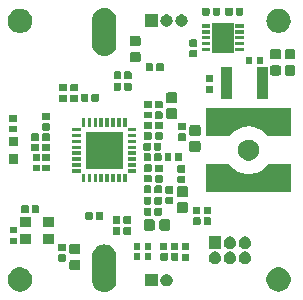
<source format=gbr>
G04 #@! TF.GenerationSoftware,KiCad,Pcbnew,(5.1.5)-3*
G04 #@! TF.CreationDate,2020-07-21T22:53:20-07:00*
G04 #@! TF.ProjectId,MiniCAM,4d696e69-4341-44d2-9e6b-696361645f70,rev?*
G04 #@! TF.SameCoordinates,Original*
G04 #@! TF.FileFunction,Soldermask,Top*
G04 #@! TF.FilePolarity,Negative*
%FSLAX46Y46*%
G04 Gerber Fmt 4.6, Leading zero omitted, Abs format (unit mm)*
G04 Created by KiCad (PCBNEW (5.1.5)-3) date 2020-07-21 22:53:20*
%MOMM*%
%LPD*%
G04 APERTURE LIST*
%ADD10C,0.100000*%
G04 APERTURE END LIST*
D10*
G36*
X110691012Y-46089437D02*
G01*
X110867805Y-46143067D01*
X110884304Y-46148072D01*
X111062440Y-46243287D01*
X111218576Y-46371424D01*
X111346713Y-46527560D01*
X111441928Y-46705695D01*
X111441928Y-46705696D01*
X111441929Y-46705698D01*
X111500563Y-46898987D01*
X111515400Y-47049630D01*
X111515400Y-49150370D01*
X111500563Y-49301013D01*
X111455998Y-49447923D01*
X111441928Y-49494305D01*
X111346713Y-49672440D01*
X111218576Y-49828576D01*
X111062440Y-49956713D01*
X110884305Y-50051928D01*
X110884302Y-50051929D01*
X110691013Y-50110563D01*
X110490000Y-50130361D01*
X110288988Y-50110563D01*
X110095699Y-50051929D01*
X110095696Y-50051928D01*
X109917561Y-49956713D01*
X109761425Y-49828576D01*
X109633288Y-49672440D01*
X109538073Y-49494305D01*
X109524003Y-49447923D01*
X109479438Y-49301013D01*
X109464601Y-49150370D01*
X109464600Y-47049631D01*
X109479437Y-46898988D01*
X109538071Y-46705699D01*
X109538072Y-46705696D01*
X109633287Y-46527560D01*
X109761424Y-46371424D01*
X109917560Y-46243287D01*
X110095695Y-46148072D01*
X110112194Y-46143067D01*
X110288987Y-46089437D01*
X110490000Y-46069639D01*
X110691012Y-46089437D01*
G37*
G36*
X125400519Y-48034451D02*
G01*
X125549101Y-48064006D01*
X125735710Y-48141302D01*
X125903650Y-48253516D01*
X126046484Y-48396350D01*
X126158698Y-48564290D01*
X126235994Y-48750899D01*
X126275400Y-48949008D01*
X126275400Y-49150992D01*
X126235994Y-49349101D01*
X126158698Y-49535710D01*
X126046484Y-49703650D01*
X125903650Y-49846484D01*
X125735710Y-49958698D01*
X125549101Y-50035994D01*
X125400519Y-50065548D01*
X125350993Y-50075400D01*
X125149007Y-50075400D01*
X125099481Y-50065548D01*
X124950899Y-50035994D01*
X124764290Y-49958698D01*
X124596350Y-49846484D01*
X124453516Y-49703650D01*
X124341302Y-49535710D01*
X124264006Y-49349101D01*
X124224600Y-49150992D01*
X124224600Y-48949008D01*
X124264006Y-48750899D01*
X124341302Y-48564290D01*
X124453516Y-48396350D01*
X124596350Y-48253516D01*
X124764290Y-48141302D01*
X124950899Y-48064006D01*
X125099481Y-48034451D01*
X125149007Y-48024600D01*
X125350993Y-48024600D01*
X125400519Y-48034451D01*
G37*
G36*
X103500519Y-48034451D02*
G01*
X103649101Y-48064006D01*
X103835710Y-48141302D01*
X104003650Y-48253516D01*
X104146484Y-48396350D01*
X104258698Y-48564290D01*
X104335994Y-48750899D01*
X104375400Y-48949008D01*
X104375400Y-49150992D01*
X104335994Y-49349101D01*
X104258698Y-49535710D01*
X104146484Y-49703650D01*
X104003650Y-49846484D01*
X103835710Y-49958698D01*
X103649101Y-50035994D01*
X103500519Y-50065548D01*
X103450993Y-50075400D01*
X103249007Y-50075400D01*
X103199481Y-50065548D01*
X103050899Y-50035994D01*
X102864290Y-49958698D01*
X102696350Y-49846484D01*
X102553516Y-49703650D01*
X102441302Y-49535710D01*
X102364006Y-49349101D01*
X102324600Y-49150992D01*
X102324600Y-48949008D01*
X102364006Y-48750899D01*
X102441302Y-48564290D01*
X102553516Y-48396350D01*
X102696350Y-48253516D01*
X102864290Y-48141302D01*
X103050899Y-48064006D01*
X103199481Y-48034451D01*
X103249007Y-48024600D01*
X103450993Y-48024600D01*
X103500519Y-48034451D01*
G37*
G36*
X115015400Y-49638400D02*
G01*
X113964600Y-49638400D01*
X113964600Y-48587600D01*
X115015400Y-48587600D01*
X115015400Y-49638400D01*
G37*
G36*
X115845582Y-48594330D02*
G01*
X115913255Y-48607791D01*
X116008870Y-48647397D01*
X116094923Y-48704895D01*
X116168105Y-48778077D01*
X116168108Y-48778082D01*
X116225603Y-48864130D01*
X116265209Y-48959745D01*
X116285400Y-49061254D01*
X116285400Y-49164746D01*
X116265209Y-49266255D01*
X116250811Y-49301013D01*
X116225603Y-49361870D01*
X116168105Y-49447923D01*
X116094923Y-49521105D01*
X116008870Y-49578603D01*
X115913255Y-49618209D01*
X115845582Y-49631670D01*
X115811747Y-49638400D01*
X115708253Y-49638400D01*
X115674418Y-49631670D01*
X115606745Y-49618209D01*
X115511130Y-49578603D01*
X115425077Y-49521105D01*
X115351895Y-49447923D01*
X115294397Y-49361870D01*
X115269189Y-49301013D01*
X115254791Y-49266255D01*
X115234600Y-49164746D01*
X115234600Y-49061254D01*
X115254791Y-48959745D01*
X115294397Y-48864130D01*
X115351892Y-48778082D01*
X115351895Y-48778077D01*
X115425077Y-48704895D01*
X115511130Y-48647397D01*
X115606745Y-48607791D01*
X115674418Y-48594330D01*
X115708253Y-48587600D01*
X115811747Y-48587600D01*
X115845582Y-48594330D01*
G37*
G36*
X108313476Y-47384426D02*
G01*
X108347836Y-47394849D01*
X108379499Y-47411772D01*
X108407251Y-47434549D01*
X108430028Y-47462301D01*
X108446951Y-47493964D01*
X108457374Y-47528324D01*
X108461200Y-47567167D01*
X108461200Y-48054833D01*
X108457374Y-48093676D01*
X108446951Y-48128036D01*
X108430028Y-48159699D01*
X108407251Y-48187451D01*
X108379499Y-48210228D01*
X108347836Y-48227151D01*
X108313476Y-48237574D01*
X108274633Y-48241400D01*
X107726967Y-48241400D01*
X107688124Y-48237574D01*
X107653764Y-48227151D01*
X107622101Y-48210228D01*
X107594349Y-48187451D01*
X107571572Y-48159699D01*
X107554649Y-48128036D01*
X107544226Y-48093676D01*
X107540400Y-48054833D01*
X107540400Y-47567167D01*
X107544226Y-47528324D01*
X107554649Y-47493964D01*
X107571572Y-47462301D01*
X107594349Y-47434549D01*
X107622101Y-47411772D01*
X107653764Y-47394849D01*
X107688124Y-47384426D01*
X107726967Y-47380600D01*
X108274633Y-47380600D01*
X108313476Y-47384426D01*
G37*
G36*
X122488182Y-46674530D02*
G01*
X122555855Y-46687991D01*
X122651470Y-46727597D01*
X122737523Y-46785095D01*
X122810705Y-46858277D01*
X122843074Y-46906721D01*
X122868203Y-46944330D01*
X122907809Y-47039945D01*
X122928000Y-47141454D01*
X122928000Y-47244946D01*
X122907809Y-47346455D01*
X122872862Y-47430823D01*
X122868203Y-47442070D01*
X122810705Y-47528123D01*
X122737523Y-47601305D01*
X122651470Y-47658803D01*
X122555855Y-47698409D01*
X122488182Y-47711870D01*
X122454347Y-47718600D01*
X122350853Y-47718600D01*
X122317018Y-47711870D01*
X122249345Y-47698409D01*
X122153730Y-47658803D01*
X122067677Y-47601305D01*
X121994495Y-47528123D01*
X121936997Y-47442070D01*
X121932338Y-47430823D01*
X121897391Y-47346455D01*
X121877200Y-47244946D01*
X121877200Y-47141454D01*
X121897391Y-47039945D01*
X121936997Y-46944330D01*
X121962126Y-46906721D01*
X121994495Y-46858277D01*
X122067677Y-46785095D01*
X122153730Y-46727597D01*
X122249345Y-46687991D01*
X122317018Y-46674530D01*
X122350853Y-46667800D01*
X122454347Y-46667800D01*
X122488182Y-46674530D01*
G37*
G36*
X121218182Y-46674530D02*
G01*
X121285855Y-46687991D01*
X121381470Y-46727597D01*
X121467523Y-46785095D01*
X121540705Y-46858277D01*
X121573074Y-46906721D01*
X121598203Y-46944330D01*
X121637809Y-47039945D01*
X121658000Y-47141454D01*
X121658000Y-47244946D01*
X121637809Y-47346455D01*
X121602862Y-47430823D01*
X121598203Y-47442070D01*
X121540705Y-47528123D01*
X121467523Y-47601305D01*
X121381470Y-47658803D01*
X121285855Y-47698409D01*
X121218182Y-47711870D01*
X121184347Y-47718600D01*
X121080853Y-47718600D01*
X121047018Y-47711870D01*
X120979345Y-47698409D01*
X120883730Y-47658803D01*
X120797677Y-47601305D01*
X120724495Y-47528123D01*
X120666997Y-47442070D01*
X120662338Y-47430823D01*
X120627391Y-47346455D01*
X120607200Y-47244946D01*
X120607200Y-47141454D01*
X120627391Y-47039945D01*
X120666997Y-46944330D01*
X120692126Y-46906721D01*
X120724495Y-46858277D01*
X120797677Y-46785095D01*
X120883730Y-46727597D01*
X120979345Y-46687991D01*
X121047018Y-46674530D01*
X121080853Y-46667800D01*
X121184347Y-46667800D01*
X121218182Y-46674530D01*
G37*
G36*
X119948182Y-46674530D02*
G01*
X120015855Y-46687991D01*
X120111470Y-46727597D01*
X120197523Y-46785095D01*
X120270705Y-46858277D01*
X120303074Y-46906721D01*
X120328203Y-46944330D01*
X120367809Y-47039945D01*
X120388000Y-47141454D01*
X120388000Y-47244946D01*
X120367809Y-47346455D01*
X120332862Y-47430823D01*
X120328203Y-47442070D01*
X120270705Y-47528123D01*
X120197523Y-47601305D01*
X120111470Y-47658803D01*
X120015855Y-47698409D01*
X119948182Y-47711870D01*
X119914347Y-47718600D01*
X119810853Y-47718600D01*
X119777018Y-47711870D01*
X119709345Y-47698409D01*
X119613730Y-47658803D01*
X119527677Y-47601305D01*
X119454495Y-47528123D01*
X119396997Y-47442070D01*
X119392338Y-47430823D01*
X119357391Y-47346455D01*
X119337200Y-47244946D01*
X119337200Y-47141454D01*
X119357391Y-47039945D01*
X119396997Y-46944330D01*
X119422126Y-46906721D01*
X119454495Y-46858277D01*
X119527677Y-46785095D01*
X119613730Y-46727597D01*
X119709345Y-46687991D01*
X119777018Y-46674530D01*
X119810853Y-46667800D01*
X119914347Y-46667800D01*
X119948182Y-46674530D01*
G37*
G36*
X107147559Y-46906721D02*
G01*
X107171133Y-46913872D01*
X107192854Y-46925482D01*
X107211893Y-46941107D01*
X107227518Y-46960146D01*
X107239128Y-46981867D01*
X107246279Y-47005441D01*
X107249000Y-47033067D01*
X107249000Y-47405733D01*
X107246279Y-47433359D01*
X107239128Y-47456933D01*
X107227518Y-47478654D01*
X107211893Y-47497693D01*
X107192854Y-47513318D01*
X107171133Y-47524928D01*
X107147559Y-47532079D01*
X107119933Y-47534800D01*
X106697267Y-47534800D01*
X106669641Y-47532079D01*
X106646067Y-47524928D01*
X106624346Y-47513318D01*
X106605307Y-47497693D01*
X106589682Y-47478654D01*
X106578072Y-47456933D01*
X106570921Y-47433359D01*
X106568200Y-47405733D01*
X106568200Y-47033067D01*
X106570921Y-47005441D01*
X106578072Y-46981867D01*
X106589682Y-46960146D01*
X106605307Y-46941107D01*
X106624346Y-46925482D01*
X106646067Y-46913872D01*
X106669641Y-46906721D01*
X106697267Y-46904000D01*
X107119933Y-46904000D01*
X107147559Y-46906721D01*
G37*
G36*
X115770759Y-46779321D02*
G01*
X115794333Y-46786472D01*
X115816054Y-46798082D01*
X115835093Y-46813707D01*
X115850718Y-46832746D01*
X115862328Y-46854467D01*
X115869479Y-46878041D01*
X115872200Y-46905667D01*
X115872200Y-47328333D01*
X115869479Y-47355959D01*
X115862328Y-47379533D01*
X115850718Y-47401254D01*
X115835093Y-47420293D01*
X115816054Y-47435918D01*
X115794333Y-47447528D01*
X115770759Y-47454679D01*
X115743133Y-47457400D01*
X115370467Y-47457400D01*
X115342841Y-47454679D01*
X115319267Y-47447528D01*
X115297546Y-47435918D01*
X115278507Y-47420293D01*
X115262882Y-47401254D01*
X115251272Y-47379533D01*
X115244121Y-47355959D01*
X115241400Y-47328333D01*
X115241400Y-46905667D01*
X115244121Y-46878041D01*
X115251272Y-46854467D01*
X115262882Y-46832746D01*
X115278507Y-46813707D01*
X115297546Y-46798082D01*
X115319267Y-46786472D01*
X115342841Y-46779321D01*
X115370467Y-46776600D01*
X115743133Y-46776600D01*
X115770759Y-46779321D01*
G37*
G36*
X116660759Y-46779321D02*
G01*
X116684333Y-46786472D01*
X116706054Y-46798082D01*
X116725093Y-46813707D01*
X116740718Y-46832746D01*
X116752328Y-46854467D01*
X116759479Y-46878041D01*
X116762200Y-46905667D01*
X116762200Y-47328333D01*
X116759479Y-47355959D01*
X116752328Y-47379533D01*
X116740718Y-47401254D01*
X116725093Y-47420293D01*
X116706054Y-47435918D01*
X116684333Y-47447528D01*
X116660759Y-47454679D01*
X116633133Y-47457400D01*
X116260467Y-47457400D01*
X116232841Y-47454679D01*
X116209267Y-47447528D01*
X116187546Y-47435918D01*
X116168507Y-47420293D01*
X116152882Y-47401254D01*
X116141272Y-47379533D01*
X116134121Y-47355959D01*
X116131400Y-47328333D01*
X116131400Y-46905667D01*
X116134121Y-46878041D01*
X116141272Y-46854467D01*
X116152882Y-46832746D01*
X116168507Y-46813707D01*
X116187546Y-46798082D01*
X116209267Y-46786472D01*
X116232841Y-46779321D01*
X116260467Y-46776600D01*
X116633133Y-46776600D01*
X116660759Y-46779321D01*
G37*
G36*
X117704200Y-47449000D02*
G01*
X117093400Y-47449000D01*
X117093400Y-46908200D01*
X117704200Y-46908200D01*
X117704200Y-47449000D01*
G37*
G36*
X114466600Y-47397000D02*
G01*
X113925800Y-47397000D01*
X113925800Y-46786200D01*
X114466600Y-46786200D01*
X114466600Y-47397000D01*
G37*
G36*
X113556600Y-47397000D02*
G01*
X113015800Y-47397000D01*
X113015800Y-46786200D01*
X113556600Y-46786200D01*
X113556600Y-47397000D01*
G37*
G36*
X108313476Y-46024426D02*
G01*
X108347836Y-46034849D01*
X108379499Y-46051772D01*
X108407251Y-46074549D01*
X108430028Y-46102301D01*
X108446951Y-46133964D01*
X108457374Y-46168324D01*
X108461200Y-46207167D01*
X108461200Y-46694833D01*
X108457374Y-46733676D01*
X108446951Y-46768036D01*
X108430028Y-46799699D01*
X108407251Y-46827451D01*
X108379499Y-46850228D01*
X108347836Y-46867151D01*
X108313476Y-46877574D01*
X108274633Y-46881400D01*
X107726967Y-46881400D01*
X107688124Y-46877574D01*
X107653764Y-46867151D01*
X107622101Y-46850228D01*
X107594349Y-46827451D01*
X107571572Y-46799699D01*
X107554649Y-46768036D01*
X107544226Y-46733676D01*
X107540400Y-46694833D01*
X107540400Y-46207167D01*
X107544226Y-46168324D01*
X107554649Y-46133964D01*
X107571572Y-46102301D01*
X107594349Y-46074549D01*
X107622101Y-46051772D01*
X107653764Y-46034849D01*
X107688124Y-46024426D01*
X107726967Y-46020600D01*
X108274633Y-46020600D01*
X108313476Y-46024426D01*
G37*
G36*
X107147559Y-46016721D02*
G01*
X107171133Y-46023872D01*
X107192854Y-46035482D01*
X107211893Y-46051107D01*
X107227518Y-46070146D01*
X107239128Y-46091867D01*
X107246279Y-46115441D01*
X107249000Y-46143067D01*
X107249000Y-46515733D01*
X107246279Y-46543359D01*
X107239128Y-46566933D01*
X107227518Y-46588654D01*
X107211893Y-46607693D01*
X107192854Y-46623318D01*
X107171133Y-46634928D01*
X107147559Y-46642079D01*
X107119933Y-46644800D01*
X106697267Y-46644800D01*
X106669641Y-46642079D01*
X106646067Y-46634928D01*
X106624346Y-46623318D01*
X106605307Y-46607693D01*
X106589682Y-46588654D01*
X106578072Y-46566933D01*
X106570921Y-46543359D01*
X106568200Y-46515733D01*
X106568200Y-46143067D01*
X106570921Y-46115441D01*
X106578072Y-46091867D01*
X106589682Y-46070146D01*
X106605307Y-46051107D01*
X106624346Y-46035482D01*
X106646067Y-46023872D01*
X106669641Y-46016721D01*
X106697267Y-46014000D01*
X107119933Y-46014000D01*
X107147559Y-46016721D01*
G37*
G36*
X113556600Y-46558800D02*
G01*
X113015800Y-46558800D01*
X113015800Y-45948000D01*
X113556600Y-45948000D01*
X113556600Y-46558800D01*
G37*
G36*
X114466600Y-46558800D02*
G01*
X113925800Y-46558800D01*
X113925800Y-45948000D01*
X114466600Y-45948000D01*
X114466600Y-46558800D01*
G37*
G36*
X117704200Y-46539000D02*
G01*
X117093400Y-46539000D01*
X117093400Y-45998200D01*
X117704200Y-45998200D01*
X117704200Y-46539000D01*
G37*
G36*
X116701800Y-46533400D02*
G01*
X116161000Y-46533400D01*
X116161000Y-45922600D01*
X116701800Y-45922600D01*
X116701800Y-46533400D01*
G37*
G36*
X115791800Y-46533400D02*
G01*
X115251000Y-46533400D01*
X115251000Y-45922600D01*
X115791800Y-45922600D01*
X115791800Y-46533400D01*
G37*
G36*
X121218182Y-45404530D02*
G01*
X121285855Y-45417991D01*
X121381470Y-45457597D01*
X121467523Y-45515095D01*
X121540705Y-45588277D01*
X121540708Y-45588282D01*
X121598203Y-45674330D01*
X121637809Y-45769945D01*
X121658000Y-45871454D01*
X121658000Y-45974946D01*
X121637809Y-46076455D01*
X121605917Y-46153447D01*
X121598203Y-46172070D01*
X121540705Y-46258123D01*
X121467523Y-46331305D01*
X121407480Y-46371424D01*
X121381470Y-46388803D01*
X121285855Y-46428409D01*
X121218182Y-46441870D01*
X121184347Y-46448600D01*
X121080853Y-46448600D01*
X121047018Y-46441870D01*
X120979345Y-46428409D01*
X120883730Y-46388803D01*
X120857720Y-46371424D01*
X120797677Y-46331305D01*
X120724495Y-46258123D01*
X120666997Y-46172070D01*
X120659283Y-46153447D01*
X120627391Y-46076455D01*
X120607200Y-45974946D01*
X120607200Y-45871454D01*
X120627391Y-45769945D01*
X120666997Y-45674330D01*
X120724492Y-45588282D01*
X120724495Y-45588277D01*
X120797677Y-45515095D01*
X120883730Y-45457597D01*
X120979345Y-45417991D01*
X121047018Y-45404530D01*
X121080853Y-45397800D01*
X121184347Y-45397800D01*
X121218182Y-45404530D01*
G37*
G36*
X122488182Y-45404530D02*
G01*
X122555855Y-45417991D01*
X122651470Y-45457597D01*
X122737523Y-45515095D01*
X122810705Y-45588277D01*
X122810708Y-45588282D01*
X122868203Y-45674330D01*
X122907809Y-45769945D01*
X122928000Y-45871454D01*
X122928000Y-45974946D01*
X122907809Y-46076455D01*
X122875917Y-46153447D01*
X122868203Y-46172070D01*
X122810705Y-46258123D01*
X122737523Y-46331305D01*
X122677480Y-46371424D01*
X122651470Y-46388803D01*
X122555855Y-46428409D01*
X122488182Y-46441870D01*
X122454347Y-46448600D01*
X122350853Y-46448600D01*
X122317018Y-46441870D01*
X122249345Y-46428409D01*
X122153730Y-46388803D01*
X122127720Y-46371424D01*
X122067677Y-46331305D01*
X121994495Y-46258123D01*
X121936997Y-46172070D01*
X121929283Y-46153447D01*
X121897391Y-46076455D01*
X121877200Y-45974946D01*
X121877200Y-45871454D01*
X121897391Y-45769945D01*
X121936997Y-45674330D01*
X121994492Y-45588282D01*
X121994495Y-45588277D01*
X122067677Y-45515095D01*
X122153730Y-45457597D01*
X122249345Y-45417991D01*
X122317018Y-45404530D01*
X122350853Y-45397800D01*
X122454347Y-45397800D01*
X122488182Y-45404530D01*
G37*
G36*
X120388000Y-46448600D02*
G01*
X119337200Y-46448600D01*
X119337200Y-45397800D01*
X120388000Y-45397800D01*
X120388000Y-46448600D01*
G37*
G36*
X106210800Y-46042200D02*
G01*
X105280000Y-46042200D01*
X105280000Y-45161400D01*
X106210800Y-45161400D01*
X106210800Y-46042200D01*
G37*
G36*
X104320800Y-46042200D02*
G01*
X103390000Y-46042200D01*
X103390000Y-45161400D01*
X104320800Y-45161400D01*
X104320800Y-46042200D01*
G37*
G36*
X103124600Y-46039000D02*
G01*
X102513800Y-46039000D01*
X102513800Y-45498200D01*
X103124600Y-45498200D01*
X103124600Y-46039000D01*
G37*
G36*
X111757559Y-44594921D02*
G01*
X111781133Y-44602072D01*
X111802854Y-44613682D01*
X111821893Y-44629307D01*
X111837518Y-44648346D01*
X111849128Y-44670067D01*
X111856279Y-44693641D01*
X111859000Y-44721267D01*
X111859000Y-45143933D01*
X111856279Y-45171559D01*
X111849128Y-45195133D01*
X111837518Y-45216854D01*
X111821893Y-45235893D01*
X111802854Y-45251518D01*
X111781133Y-45263128D01*
X111757559Y-45270279D01*
X111729933Y-45273000D01*
X111357267Y-45273000D01*
X111329641Y-45270279D01*
X111306067Y-45263128D01*
X111284346Y-45251518D01*
X111265307Y-45235893D01*
X111249682Y-45216854D01*
X111238072Y-45195133D01*
X111230921Y-45171559D01*
X111228200Y-45143933D01*
X111228200Y-44721267D01*
X111230921Y-44693641D01*
X111238072Y-44670067D01*
X111249682Y-44648346D01*
X111265307Y-44629307D01*
X111284346Y-44613682D01*
X111306067Y-44602072D01*
X111329641Y-44594921D01*
X111357267Y-44592200D01*
X111729933Y-44592200D01*
X111757559Y-44594921D01*
G37*
G36*
X112647559Y-44594921D02*
G01*
X112671133Y-44602072D01*
X112692854Y-44613682D01*
X112711893Y-44629307D01*
X112727518Y-44648346D01*
X112739128Y-44670067D01*
X112746279Y-44693641D01*
X112749000Y-44721267D01*
X112749000Y-45143933D01*
X112746279Y-45171559D01*
X112739128Y-45195133D01*
X112727518Y-45216854D01*
X112711893Y-45235893D01*
X112692854Y-45251518D01*
X112671133Y-45263128D01*
X112647559Y-45270279D01*
X112619933Y-45273000D01*
X112247267Y-45273000D01*
X112219641Y-45270279D01*
X112196067Y-45263128D01*
X112174346Y-45251518D01*
X112155307Y-45235893D01*
X112139682Y-45216854D01*
X112128072Y-45195133D01*
X112120921Y-45171559D01*
X112118200Y-45143933D01*
X112118200Y-44721267D01*
X112120921Y-44693641D01*
X112128072Y-44670067D01*
X112139682Y-44648346D01*
X112155307Y-44629307D01*
X112174346Y-44613682D01*
X112196067Y-44602072D01*
X112219641Y-44594921D01*
X112247267Y-44592200D01*
X112619933Y-44592200D01*
X112647559Y-44594921D01*
G37*
G36*
X103124600Y-45129000D02*
G01*
X102513800Y-45129000D01*
X102513800Y-44588200D01*
X103124600Y-44588200D01*
X103124600Y-45129000D01*
G37*
G36*
X115931979Y-43943410D02*
G01*
X115970092Y-43954971D01*
X116005208Y-43973742D01*
X116035993Y-43999007D01*
X116061258Y-44029792D01*
X116080029Y-44064908D01*
X116091590Y-44103021D01*
X116095800Y-44145767D01*
X116095800Y-44703433D01*
X116091590Y-44746179D01*
X116080029Y-44784292D01*
X116061258Y-44819408D01*
X116035993Y-44850193D01*
X116005208Y-44875458D01*
X115970092Y-44894229D01*
X115931979Y-44905790D01*
X115889233Y-44910000D01*
X115361567Y-44910000D01*
X115318821Y-44905790D01*
X115280708Y-44894229D01*
X115245592Y-44875458D01*
X115214807Y-44850193D01*
X115189542Y-44819408D01*
X115170771Y-44784292D01*
X115159210Y-44746179D01*
X115155000Y-44703433D01*
X115155000Y-44145767D01*
X115159210Y-44103021D01*
X115170771Y-44064908D01*
X115189542Y-44029792D01*
X115214807Y-43999007D01*
X115245592Y-43973742D01*
X115280708Y-43954971D01*
X115318821Y-43943410D01*
X115361567Y-43939200D01*
X115889233Y-43939200D01*
X115931979Y-43943410D01*
G37*
G36*
X114601979Y-43943410D02*
G01*
X114640092Y-43954971D01*
X114675208Y-43973742D01*
X114705993Y-43999007D01*
X114731258Y-44029792D01*
X114750029Y-44064908D01*
X114761590Y-44103021D01*
X114765800Y-44145767D01*
X114765800Y-44703433D01*
X114761590Y-44746179D01*
X114750029Y-44784292D01*
X114731258Y-44819408D01*
X114705993Y-44850193D01*
X114675208Y-44875458D01*
X114640092Y-44894229D01*
X114601979Y-44905790D01*
X114559233Y-44910000D01*
X114031567Y-44910000D01*
X113988821Y-44905790D01*
X113950708Y-44894229D01*
X113915592Y-44875458D01*
X113884807Y-44850193D01*
X113859542Y-44819408D01*
X113840771Y-44784292D01*
X113829210Y-44746179D01*
X113825000Y-44703433D01*
X113825000Y-44145767D01*
X113829210Y-44103021D01*
X113840771Y-44064908D01*
X113859542Y-44029792D01*
X113884807Y-43999007D01*
X113915592Y-43973742D01*
X113950708Y-43954971D01*
X113988821Y-43943410D01*
X114031567Y-43939200D01*
X114559233Y-43939200D01*
X114601979Y-43943410D01*
G37*
G36*
X106210800Y-44602200D02*
G01*
X105280000Y-44602200D01*
X105280000Y-43721400D01*
X106210800Y-43721400D01*
X106210800Y-44602200D01*
G37*
G36*
X104320800Y-44602200D02*
G01*
X103390000Y-44602200D01*
X103390000Y-43721400D01*
X104320800Y-43721400D01*
X104320800Y-44602200D01*
G37*
G36*
X119429359Y-43782121D02*
G01*
X119452933Y-43789272D01*
X119474654Y-43800882D01*
X119493693Y-43816507D01*
X119509318Y-43835546D01*
X119520928Y-43857267D01*
X119528079Y-43880841D01*
X119530800Y-43908467D01*
X119530800Y-44331133D01*
X119528079Y-44358759D01*
X119520928Y-44382333D01*
X119509318Y-44404054D01*
X119493693Y-44423093D01*
X119474654Y-44438718D01*
X119452933Y-44450328D01*
X119429359Y-44457479D01*
X119401733Y-44460200D01*
X119029067Y-44460200D01*
X119001441Y-44457479D01*
X118977867Y-44450328D01*
X118956146Y-44438718D01*
X118937107Y-44423093D01*
X118921482Y-44404054D01*
X118909872Y-44382333D01*
X118902721Y-44358759D01*
X118900000Y-44331133D01*
X118900000Y-43908467D01*
X118902721Y-43880841D01*
X118909872Y-43857267D01*
X118921482Y-43835546D01*
X118937107Y-43816507D01*
X118956146Y-43800882D01*
X118977867Y-43789272D01*
X119001441Y-43782121D01*
X119029067Y-43779400D01*
X119401733Y-43779400D01*
X119429359Y-43782121D01*
G37*
G36*
X118539359Y-43782121D02*
G01*
X118562933Y-43789272D01*
X118584654Y-43800882D01*
X118603693Y-43816507D01*
X118619318Y-43835546D01*
X118630928Y-43857267D01*
X118638079Y-43880841D01*
X118640800Y-43908467D01*
X118640800Y-44331133D01*
X118638079Y-44358759D01*
X118630928Y-44382333D01*
X118619318Y-44404054D01*
X118603693Y-44423093D01*
X118584654Y-44438718D01*
X118562933Y-44450328D01*
X118539359Y-44457479D01*
X118511733Y-44460200D01*
X118139067Y-44460200D01*
X118111441Y-44457479D01*
X118087867Y-44450328D01*
X118066146Y-44438718D01*
X118047107Y-44423093D01*
X118031482Y-44404054D01*
X118019872Y-44382333D01*
X118012721Y-44358759D01*
X118010000Y-44331133D01*
X118010000Y-43908467D01*
X118012721Y-43880841D01*
X118019872Y-43857267D01*
X118031482Y-43835546D01*
X118047107Y-43816507D01*
X118066146Y-43800882D01*
X118087867Y-43789272D01*
X118111441Y-43782121D01*
X118139067Y-43779400D01*
X118511733Y-43779400D01*
X118539359Y-43782121D01*
G37*
G36*
X112647559Y-43655121D02*
G01*
X112671133Y-43662272D01*
X112692854Y-43673882D01*
X112711893Y-43689507D01*
X112727518Y-43708546D01*
X112739128Y-43730267D01*
X112746279Y-43753841D01*
X112749000Y-43781467D01*
X112749000Y-44204133D01*
X112746279Y-44231759D01*
X112739128Y-44255333D01*
X112727518Y-44277054D01*
X112711893Y-44296093D01*
X112692854Y-44311718D01*
X112671133Y-44323328D01*
X112647559Y-44330479D01*
X112619933Y-44333200D01*
X112247267Y-44333200D01*
X112219641Y-44330479D01*
X112196067Y-44323328D01*
X112174346Y-44311718D01*
X112155307Y-44296093D01*
X112139682Y-44277054D01*
X112128072Y-44255333D01*
X112120921Y-44231759D01*
X112118200Y-44204133D01*
X112118200Y-43781467D01*
X112120921Y-43753841D01*
X112128072Y-43730267D01*
X112139682Y-43708546D01*
X112155307Y-43689507D01*
X112174346Y-43673882D01*
X112196067Y-43662272D01*
X112219641Y-43655121D01*
X112247267Y-43652400D01*
X112619933Y-43652400D01*
X112647559Y-43655121D01*
G37*
G36*
X111757559Y-43655121D02*
G01*
X111781133Y-43662272D01*
X111802854Y-43673882D01*
X111821893Y-43689507D01*
X111837518Y-43708546D01*
X111849128Y-43730267D01*
X111856279Y-43753841D01*
X111859000Y-43781467D01*
X111859000Y-44204133D01*
X111856279Y-44231759D01*
X111849128Y-44255333D01*
X111837518Y-44277054D01*
X111821893Y-44296093D01*
X111802854Y-44311718D01*
X111781133Y-44323328D01*
X111757559Y-44330479D01*
X111729933Y-44333200D01*
X111357267Y-44333200D01*
X111329641Y-44330479D01*
X111306067Y-44323328D01*
X111284346Y-44311718D01*
X111265307Y-44296093D01*
X111249682Y-44277054D01*
X111238072Y-44255333D01*
X111230921Y-44231759D01*
X111228200Y-44204133D01*
X111228200Y-43781467D01*
X111230921Y-43753841D01*
X111238072Y-43730267D01*
X111249682Y-43708546D01*
X111265307Y-43689507D01*
X111284346Y-43673882D01*
X111306067Y-43662272D01*
X111329641Y-43655121D01*
X111357267Y-43652400D01*
X111729933Y-43652400D01*
X111757559Y-43655121D01*
G37*
G36*
X109395359Y-43324921D02*
G01*
X109418933Y-43332072D01*
X109440654Y-43343682D01*
X109459693Y-43359307D01*
X109475318Y-43378346D01*
X109486928Y-43400067D01*
X109494079Y-43423641D01*
X109496800Y-43451267D01*
X109496800Y-43873933D01*
X109494079Y-43901559D01*
X109486928Y-43925133D01*
X109475318Y-43946854D01*
X109459693Y-43965893D01*
X109440654Y-43981518D01*
X109418933Y-43993128D01*
X109395359Y-44000279D01*
X109367733Y-44003000D01*
X108995067Y-44003000D01*
X108967441Y-44000279D01*
X108943867Y-43993128D01*
X108922146Y-43981518D01*
X108903107Y-43965893D01*
X108887482Y-43946854D01*
X108875872Y-43925133D01*
X108868721Y-43901559D01*
X108866000Y-43873933D01*
X108866000Y-43451267D01*
X108868721Y-43423641D01*
X108875872Y-43400067D01*
X108887482Y-43378346D01*
X108903107Y-43359307D01*
X108922146Y-43343682D01*
X108943867Y-43332072D01*
X108967441Y-43324921D01*
X108995067Y-43322200D01*
X109367733Y-43322200D01*
X109395359Y-43324921D01*
G37*
G36*
X110285359Y-43324921D02*
G01*
X110308933Y-43332072D01*
X110330654Y-43343682D01*
X110349693Y-43359307D01*
X110365318Y-43378346D01*
X110376928Y-43400067D01*
X110384079Y-43423641D01*
X110386800Y-43451267D01*
X110386800Y-43873933D01*
X110384079Y-43901559D01*
X110376928Y-43925133D01*
X110365318Y-43946854D01*
X110349693Y-43965893D01*
X110330654Y-43981518D01*
X110308933Y-43993128D01*
X110285359Y-44000279D01*
X110257733Y-44003000D01*
X109885067Y-44003000D01*
X109857441Y-44000279D01*
X109833867Y-43993128D01*
X109812146Y-43981518D01*
X109793107Y-43965893D01*
X109777482Y-43946854D01*
X109765872Y-43925133D01*
X109758721Y-43901559D01*
X109756000Y-43873933D01*
X109756000Y-43451267D01*
X109758721Y-43423641D01*
X109765872Y-43400067D01*
X109777482Y-43378346D01*
X109793107Y-43359307D01*
X109812146Y-43343682D01*
X109833867Y-43332072D01*
X109857441Y-43324921D01*
X109885067Y-43322200D01*
X110257733Y-43322200D01*
X110285359Y-43324921D01*
G37*
G36*
X114373759Y-42969321D02*
G01*
X114397333Y-42976472D01*
X114419054Y-42988082D01*
X114438093Y-43003707D01*
X114453718Y-43022746D01*
X114465328Y-43044467D01*
X114472479Y-43068041D01*
X114475200Y-43095667D01*
X114475200Y-43518333D01*
X114472479Y-43545959D01*
X114465328Y-43569533D01*
X114453718Y-43591254D01*
X114438093Y-43610293D01*
X114419054Y-43625918D01*
X114397333Y-43637528D01*
X114373759Y-43644679D01*
X114346133Y-43647400D01*
X113973467Y-43647400D01*
X113945841Y-43644679D01*
X113922267Y-43637528D01*
X113900546Y-43625918D01*
X113881507Y-43610293D01*
X113865882Y-43591254D01*
X113854272Y-43569533D01*
X113847121Y-43545959D01*
X113844400Y-43518333D01*
X113844400Y-43095667D01*
X113847121Y-43068041D01*
X113854272Y-43044467D01*
X113865882Y-43022746D01*
X113881507Y-43003707D01*
X113900546Y-42988082D01*
X113922267Y-42976472D01*
X113945841Y-42969321D01*
X113973467Y-42966600D01*
X114346133Y-42966600D01*
X114373759Y-42969321D01*
G37*
G36*
X115263759Y-42969321D02*
G01*
X115287333Y-42976472D01*
X115309054Y-42988082D01*
X115328093Y-43003707D01*
X115343718Y-43022746D01*
X115355328Y-43044467D01*
X115362479Y-43068041D01*
X115365200Y-43095667D01*
X115365200Y-43518333D01*
X115362479Y-43545959D01*
X115355328Y-43569533D01*
X115343718Y-43591254D01*
X115328093Y-43610293D01*
X115309054Y-43625918D01*
X115287333Y-43637528D01*
X115263759Y-43644679D01*
X115236133Y-43647400D01*
X114863467Y-43647400D01*
X114835841Y-43644679D01*
X114812267Y-43637528D01*
X114790546Y-43625918D01*
X114771507Y-43610293D01*
X114755882Y-43591254D01*
X114744272Y-43569533D01*
X114737121Y-43545959D01*
X114734400Y-43518333D01*
X114734400Y-43095667D01*
X114737121Y-43068041D01*
X114744272Y-43044467D01*
X114755882Y-43022746D01*
X114771507Y-43003707D01*
X114790546Y-42988082D01*
X114812267Y-42976472D01*
X114835841Y-42969321D01*
X114863467Y-42966600D01*
X115236133Y-42966600D01*
X115263759Y-42969321D01*
G37*
G36*
X118585800Y-43536200D02*
G01*
X118045000Y-43536200D01*
X118045000Y-42925400D01*
X118585800Y-42925400D01*
X118585800Y-43536200D01*
G37*
G36*
X119495800Y-43536200D02*
G01*
X118955000Y-43536200D01*
X118955000Y-42925400D01*
X119495800Y-42925400D01*
X119495800Y-43536200D01*
G37*
G36*
X103985159Y-42766121D02*
G01*
X104008733Y-42773272D01*
X104030454Y-42784882D01*
X104049493Y-42800507D01*
X104065118Y-42819546D01*
X104076728Y-42841267D01*
X104083879Y-42864841D01*
X104086600Y-42892467D01*
X104086600Y-43315133D01*
X104083879Y-43342759D01*
X104076728Y-43366333D01*
X104065118Y-43388054D01*
X104049493Y-43407093D01*
X104030454Y-43422718D01*
X104008733Y-43434328D01*
X103985159Y-43441479D01*
X103957533Y-43444200D01*
X103584867Y-43444200D01*
X103557241Y-43441479D01*
X103533667Y-43434328D01*
X103511946Y-43422718D01*
X103492907Y-43407093D01*
X103477282Y-43388054D01*
X103465672Y-43366333D01*
X103458521Y-43342759D01*
X103455800Y-43315133D01*
X103455800Y-42892467D01*
X103458521Y-42864841D01*
X103465672Y-42841267D01*
X103477282Y-42819546D01*
X103492907Y-42800507D01*
X103511946Y-42784882D01*
X103533667Y-42773272D01*
X103557241Y-42766121D01*
X103584867Y-42763400D01*
X103957533Y-42763400D01*
X103985159Y-42766121D01*
G37*
G36*
X104875159Y-42766121D02*
G01*
X104898733Y-42773272D01*
X104920454Y-42784882D01*
X104939493Y-42800507D01*
X104955118Y-42819546D01*
X104966728Y-42841267D01*
X104973879Y-42864841D01*
X104976600Y-42892467D01*
X104976600Y-43315133D01*
X104973879Y-43342759D01*
X104966728Y-43366333D01*
X104955118Y-43388054D01*
X104939493Y-43407093D01*
X104920454Y-43422718D01*
X104898733Y-43434328D01*
X104875159Y-43441479D01*
X104847533Y-43444200D01*
X104474867Y-43444200D01*
X104447241Y-43441479D01*
X104423667Y-43434328D01*
X104401946Y-43422718D01*
X104382907Y-43407093D01*
X104367282Y-43388054D01*
X104355672Y-43366333D01*
X104348521Y-43342759D01*
X104345800Y-43315133D01*
X104345800Y-42892467D01*
X104348521Y-42864841D01*
X104355672Y-42841267D01*
X104367282Y-42819546D01*
X104382907Y-42800507D01*
X104401946Y-42784882D01*
X104423667Y-42773272D01*
X104447241Y-42766121D01*
X104474867Y-42763400D01*
X104847533Y-42763400D01*
X104875159Y-42766121D01*
G37*
G36*
X117415579Y-42489810D02*
G01*
X117453692Y-42501371D01*
X117488808Y-42520142D01*
X117519593Y-42545407D01*
X117544858Y-42576192D01*
X117563629Y-42611308D01*
X117575190Y-42649421D01*
X117579400Y-42692167D01*
X117579400Y-43219833D01*
X117575190Y-43262579D01*
X117563629Y-43300692D01*
X117544858Y-43335808D01*
X117519593Y-43366593D01*
X117488808Y-43391858D01*
X117453692Y-43410629D01*
X117415579Y-43422190D01*
X117372833Y-43426400D01*
X116815167Y-43426400D01*
X116772421Y-43422190D01*
X116734308Y-43410629D01*
X116699192Y-43391858D01*
X116668407Y-43366593D01*
X116643142Y-43335808D01*
X116624371Y-43300692D01*
X116612810Y-43262579D01*
X116608600Y-43219833D01*
X116608600Y-42692167D01*
X116612810Y-42649421D01*
X116624371Y-42611308D01*
X116643142Y-42576192D01*
X116668407Y-42545407D01*
X116699192Y-42520142D01*
X116734308Y-42501371D01*
X116772421Y-42489810D01*
X116815167Y-42485600D01*
X117372833Y-42485600D01*
X117415579Y-42489810D01*
G37*
G36*
X114373759Y-42029521D02*
G01*
X114397333Y-42036672D01*
X114419054Y-42048282D01*
X114438093Y-42063907D01*
X114453718Y-42082946D01*
X114465328Y-42104667D01*
X114472479Y-42128241D01*
X114475200Y-42155867D01*
X114475200Y-42578533D01*
X114472479Y-42606159D01*
X114465328Y-42629733D01*
X114453718Y-42651454D01*
X114438093Y-42670493D01*
X114419054Y-42686118D01*
X114397333Y-42697728D01*
X114373759Y-42704879D01*
X114346133Y-42707600D01*
X113973467Y-42707600D01*
X113945841Y-42704879D01*
X113922267Y-42697728D01*
X113900546Y-42686118D01*
X113881507Y-42670493D01*
X113865882Y-42651454D01*
X113854272Y-42629733D01*
X113847121Y-42606159D01*
X113844400Y-42578533D01*
X113844400Y-42155867D01*
X113847121Y-42128241D01*
X113854272Y-42104667D01*
X113865882Y-42082946D01*
X113881507Y-42063907D01*
X113900546Y-42048282D01*
X113922267Y-42036672D01*
X113945841Y-42029521D01*
X113973467Y-42026800D01*
X114346133Y-42026800D01*
X114373759Y-42029521D01*
G37*
G36*
X115263759Y-42029521D02*
G01*
X115287333Y-42036672D01*
X115309054Y-42048282D01*
X115328093Y-42063907D01*
X115343718Y-42082946D01*
X115355328Y-42104667D01*
X115362479Y-42128241D01*
X115365200Y-42155867D01*
X115365200Y-42578533D01*
X115362479Y-42606159D01*
X115355328Y-42629733D01*
X115343718Y-42651454D01*
X115328093Y-42670493D01*
X115309054Y-42686118D01*
X115287333Y-42697728D01*
X115263759Y-42704879D01*
X115236133Y-42707600D01*
X114863467Y-42707600D01*
X114835841Y-42704879D01*
X114812267Y-42697728D01*
X114790546Y-42686118D01*
X114771507Y-42670493D01*
X114755882Y-42651454D01*
X114744272Y-42629733D01*
X114737121Y-42606159D01*
X114734400Y-42578533D01*
X114734400Y-42155867D01*
X114737121Y-42128241D01*
X114744272Y-42104667D01*
X114755882Y-42082946D01*
X114771507Y-42063907D01*
X114790546Y-42048282D01*
X114812267Y-42036672D01*
X114835841Y-42029521D01*
X114863467Y-42026800D01*
X115236133Y-42026800D01*
X115263759Y-42029521D01*
G37*
G36*
X116240759Y-42042321D02*
G01*
X116264333Y-42049472D01*
X116286054Y-42061082D01*
X116305093Y-42076707D01*
X116320718Y-42095746D01*
X116332328Y-42117467D01*
X116339479Y-42141041D01*
X116342200Y-42168667D01*
X116342200Y-42541333D01*
X116339479Y-42568959D01*
X116332328Y-42592533D01*
X116320718Y-42614254D01*
X116305093Y-42633293D01*
X116286054Y-42648918D01*
X116264333Y-42660528D01*
X116240759Y-42667679D01*
X116213133Y-42670400D01*
X115790467Y-42670400D01*
X115762841Y-42667679D01*
X115739267Y-42660528D01*
X115717546Y-42648918D01*
X115698507Y-42633293D01*
X115682882Y-42614254D01*
X115671272Y-42592533D01*
X115664121Y-42568959D01*
X115661400Y-42541333D01*
X115661400Y-42168667D01*
X115664121Y-42141041D01*
X115671272Y-42117467D01*
X115682882Y-42095746D01*
X115698507Y-42076707D01*
X115717546Y-42061082D01*
X115739267Y-42049472D01*
X115762841Y-42042321D01*
X115790467Y-42039600D01*
X116213133Y-42039600D01*
X116240759Y-42042321D01*
G37*
G36*
X117415579Y-41159810D02*
G01*
X117453692Y-41171371D01*
X117488808Y-41190142D01*
X117519593Y-41215407D01*
X117544858Y-41246192D01*
X117563629Y-41281308D01*
X117575190Y-41319421D01*
X117579400Y-41362167D01*
X117579400Y-41889833D01*
X117575190Y-41932579D01*
X117563629Y-41970692D01*
X117544858Y-42005808D01*
X117519593Y-42036593D01*
X117488808Y-42061858D01*
X117453692Y-42080629D01*
X117415579Y-42092190D01*
X117372833Y-42096400D01*
X116815167Y-42096400D01*
X116772421Y-42092190D01*
X116734308Y-42080629D01*
X116699192Y-42061858D01*
X116668407Y-42036593D01*
X116643142Y-42005808D01*
X116624371Y-41970692D01*
X116612810Y-41932579D01*
X116608600Y-41889833D01*
X116608600Y-41362167D01*
X116612810Y-41319421D01*
X116624371Y-41281308D01*
X116643142Y-41246192D01*
X116668407Y-41215407D01*
X116699192Y-41190142D01*
X116734308Y-41171371D01*
X116772421Y-41159810D01*
X116815167Y-41155600D01*
X117372833Y-41155600D01*
X117415579Y-41159810D01*
G37*
G36*
X116240759Y-41152321D02*
G01*
X116264333Y-41159472D01*
X116286054Y-41171082D01*
X116305093Y-41186707D01*
X116320718Y-41205746D01*
X116332328Y-41227467D01*
X116339479Y-41251041D01*
X116342200Y-41278667D01*
X116342200Y-41651333D01*
X116339479Y-41678959D01*
X116332328Y-41702533D01*
X116320718Y-41724254D01*
X116305093Y-41743293D01*
X116286054Y-41758918D01*
X116264333Y-41770528D01*
X116240759Y-41777679D01*
X116213133Y-41780400D01*
X115790467Y-41780400D01*
X115762841Y-41777679D01*
X115739267Y-41770528D01*
X115717546Y-41758918D01*
X115698507Y-41743293D01*
X115682882Y-41724254D01*
X115671272Y-41702533D01*
X115664121Y-41678959D01*
X115661400Y-41651333D01*
X115661400Y-41278667D01*
X115664121Y-41251041D01*
X115671272Y-41227467D01*
X115682882Y-41205746D01*
X115698507Y-41186707D01*
X115717546Y-41171082D01*
X115739267Y-41159472D01*
X115762841Y-41152321D01*
X115790467Y-41149600D01*
X116213133Y-41149600D01*
X116240759Y-41152321D01*
G37*
G36*
X114373759Y-41089721D02*
G01*
X114397333Y-41096872D01*
X114419054Y-41108482D01*
X114438093Y-41124107D01*
X114453718Y-41143146D01*
X114465328Y-41164867D01*
X114472479Y-41188441D01*
X114475200Y-41216067D01*
X114475200Y-41638733D01*
X114472479Y-41666359D01*
X114465328Y-41689933D01*
X114453718Y-41711654D01*
X114438093Y-41730693D01*
X114419054Y-41746318D01*
X114397333Y-41757928D01*
X114373759Y-41765079D01*
X114346133Y-41767800D01*
X113973467Y-41767800D01*
X113945841Y-41765079D01*
X113922267Y-41757928D01*
X113900546Y-41746318D01*
X113881507Y-41730693D01*
X113865882Y-41711654D01*
X113854272Y-41689933D01*
X113847121Y-41666359D01*
X113844400Y-41638733D01*
X113844400Y-41216067D01*
X113847121Y-41188441D01*
X113854272Y-41164867D01*
X113865882Y-41143146D01*
X113881507Y-41124107D01*
X113900546Y-41108482D01*
X113922267Y-41096872D01*
X113945841Y-41089721D01*
X113973467Y-41087000D01*
X114346133Y-41087000D01*
X114373759Y-41089721D01*
G37*
G36*
X115263759Y-41089721D02*
G01*
X115287333Y-41096872D01*
X115309054Y-41108482D01*
X115328093Y-41124107D01*
X115343718Y-41143146D01*
X115355328Y-41164867D01*
X115362479Y-41188441D01*
X115365200Y-41216067D01*
X115365200Y-41638733D01*
X115362479Y-41666359D01*
X115355328Y-41689933D01*
X115343718Y-41711654D01*
X115328093Y-41730693D01*
X115309054Y-41746318D01*
X115287333Y-41757928D01*
X115263759Y-41765079D01*
X115236133Y-41767800D01*
X114863467Y-41767800D01*
X114835841Y-41765079D01*
X114812267Y-41757928D01*
X114790546Y-41746318D01*
X114771507Y-41730693D01*
X114755882Y-41711654D01*
X114744272Y-41689933D01*
X114737121Y-41666359D01*
X114734400Y-41638733D01*
X114734400Y-41216067D01*
X114737121Y-41188441D01*
X114744272Y-41164867D01*
X114755882Y-41143146D01*
X114771507Y-41124107D01*
X114790546Y-41108482D01*
X114812267Y-41096872D01*
X114835841Y-41089721D01*
X114863467Y-41087000D01*
X115236133Y-41087000D01*
X115263759Y-41089721D01*
G37*
G36*
X121065905Y-39279822D02*
G01*
X121067379Y-39279967D01*
X121072167Y-39281420D01*
X121076580Y-39283778D01*
X121082053Y-39288716D01*
X121083654Y-39290648D01*
X121085231Y-39292071D01*
X121224621Y-39460300D01*
X121228616Y-39464688D01*
X121362290Y-39598362D01*
X121367329Y-39602889D01*
X121514981Y-39721964D01*
X121520347Y-39725848D01*
X121683546Y-39831447D01*
X121687747Y-39833941D01*
X121855312Y-39924905D01*
X121861750Y-39927946D01*
X122037536Y-39999210D01*
X122044155Y-40001478D01*
X122231084Y-40054202D01*
X122235869Y-40055353D01*
X122427174Y-40093614D01*
X122434757Y-40094660D01*
X122620962Y-40108983D01*
X122625832Y-40109170D01*
X122788968Y-40109170D01*
X122793838Y-40108983D01*
X122980044Y-40094660D01*
X122987627Y-40093614D01*
X123178931Y-40055353D01*
X123183716Y-40054202D01*
X123370645Y-40001478D01*
X123377264Y-39999210D01*
X123553050Y-39927946D01*
X123559488Y-39924905D01*
X123727053Y-39833941D01*
X123731254Y-39831447D01*
X123894453Y-39725848D01*
X123899819Y-39721964D01*
X124047471Y-39602889D01*
X124052510Y-39598362D01*
X124186184Y-39464688D01*
X124190179Y-39460300D01*
X124330518Y-39290926D01*
X124332740Y-39288724D01*
X124332747Y-39288716D01*
X124336301Y-39285195D01*
X124336304Y-39285193D01*
X124336305Y-39285192D01*
X124338443Y-39283778D01*
X124340474Y-39282434D01*
X124345106Y-39280541D01*
X124352400Y-39279477D01*
X124354904Y-39279477D01*
X124357008Y-39279170D01*
X126259285Y-39279170D01*
X126265905Y-39279822D01*
X126267379Y-39279967D01*
X126272167Y-39281420D01*
X126276580Y-39283778D01*
X126280447Y-39286953D01*
X126283622Y-39290820D01*
X126284290Y-39292071D01*
X126285980Y-39295233D01*
X126287433Y-39300022D01*
X126288230Y-39308115D01*
X126288230Y-41651885D01*
X126287923Y-41655000D01*
X126287433Y-41659979D01*
X126285980Y-41664767D01*
X126283622Y-41669180D01*
X126280447Y-41673047D01*
X126276580Y-41676222D01*
X126272167Y-41678580D01*
X126267379Y-41680033D01*
X126265905Y-41680178D01*
X126259285Y-41680830D01*
X119155515Y-41680830D01*
X119148895Y-41680178D01*
X119147421Y-41680033D01*
X119142633Y-41678580D01*
X119138220Y-41676222D01*
X119134353Y-41673047D01*
X119131178Y-41669180D01*
X119128820Y-41664767D01*
X119127367Y-41659979D01*
X119126877Y-41655000D01*
X119126570Y-41651885D01*
X119126570Y-39308115D01*
X119127367Y-39300022D01*
X119128820Y-39295233D01*
X119130510Y-39292071D01*
X119131178Y-39290820D01*
X119134353Y-39286953D01*
X119138220Y-39283778D01*
X119142633Y-39281420D01*
X119147421Y-39279967D01*
X119148895Y-39279822D01*
X119155515Y-39279170D01*
X121059285Y-39279170D01*
X121065905Y-39279822D01*
G37*
G36*
X117256759Y-40264321D02*
G01*
X117280333Y-40271472D01*
X117302054Y-40283082D01*
X117321093Y-40298707D01*
X117336718Y-40317746D01*
X117348328Y-40339467D01*
X117355479Y-40363041D01*
X117358200Y-40390667D01*
X117358200Y-40763333D01*
X117355479Y-40790959D01*
X117348328Y-40814533D01*
X117336718Y-40836254D01*
X117321093Y-40855293D01*
X117302054Y-40870918D01*
X117280333Y-40882528D01*
X117256759Y-40889679D01*
X117229133Y-40892400D01*
X116806467Y-40892400D01*
X116778841Y-40889679D01*
X116755267Y-40882528D01*
X116733546Y-40870918D01*
X116714507Y-40855293D01*
X116698882Y-40836254D01*
X116687272Y-40814533D01*
X116680121Y-40790959D01*
X116677400Y-40763333D01*
X116677400Y-40390667D01*
X116680121Y-40363041D01*
X116687272Y-40339467D01*
X116698882Y-40317746D01*
X116714507Y-40298707D01*
X116733546Y-40283082D01*
X116755267Y-40271472D01*
X116778841Y-40264321D01*
X116806467Y-40261600D01*
X117229133Y-40261600D01*
X117256759Y-40264321D01*
G37*
G36*
X115351759Y-40213521D02*
G01*
X115375333Y-40220672D01*
X115397054Y-40232282D01*
X115416093Y-40247907D01*
X115431718Y-40266946D01*
X115443328Y-40288667D01*
X115450479Y-40312241D01*
X115453200Y-40339867D01*
X115453200Y-40712533D01*
X115450479Y-40740159D01*
X115443328Y-40763733D01*
X115431718Y-40785454D01*
X115416093Y-40804493D01*
X115397054Y-40820118D01*
X115375333Y-40831728D01*
X115351759Y-40838879D01*
X115324133Y-40841600D01*
X114901467Y-40841600D01*
X114873841Y-40838879D01*
X114850267Y-40831728D01*
X114828546Y-40820118D01*
X114809507Y-40804493D01*
X114793882Y-40785454D01*
X114782272Y-40763733D01*
X114775121Y-40740159D01*
X114772400Y-40712533D01*
X114772400Y-40339867D01*
X114775121Y-40312241D01*
X114782272Y-40288667D01*
X114793882Y-40266946D01*
X114809507Y-40247907D01*
X114828546Y-40232282D01*
X114850267Y-40220672D01*
X114873841Y-40213521D01*
X114901467Y-40210800D01*
X115324133Y-40210800D01*
X115351759Y-40213521D01*
G37*
G36*
X114411959Y-40201321D02*
G01*
X114435533Y-40208472D01*
X114457254Y-40220082D01*
X114476293Y-40235707D01*
X114491918Y-40254746D01*
X114503528Y-40276467D01*
X114510679Y-40300041D01*
X114513400Y-40327667D01*
X114513400Y-40700333D01*
X114510679Y-40727959D01*
X114503528Y-40751533D01*
X114491918Y-40773254D01*
X114476293Y-40792293D01*
X114457254Y-40807918D01*
X114435533Y-40819528D01*
X114411959Y-40826679D01*
X114384333Y-40829400D01*
X113961667Y-40829400D01*
X113934041Y-40826679D01*
X113910467Y-40819528D01*
X113888746Y-40807918D01*
X113869707Y-40792293D01*
X113854082Y-40773254D01*
X113842472Y-40751533D01*
X113835321Y-40727959D01*
X113832600Y-40700333D01*
X113832600Y-40327667D01*
X113835321Y-40300041D01*
X113842472Y-40276467D01*
X113854082Y-40254746D01*
X113869707Y-40235707D01*
X113888746Y-40220082D01*
X113910467Y-40208472D01*
X113934041Y-40201321D01*
X113961667Y-40198600D01*
X114384333Y-40198600D01*
X114411959Y-40201321D01*
G37*
G36*
X110895400Y-40813400D02*
G01*
X110584600Y-40813400D01*
X110584600Y-40082600D01*
X110895400Y-40082600D01*
X110895400Y-40813400D01*
G37*
G36*
X112395400Y-40813400D02*
G01*
X112084600Y-40813400D01*
X112084600Y-40082600D01*
X112395400Y-40082600D01*
X112395400Y-40813400D01*
G37*
G36*
X111895400Y-40813400D02*
G01*
X111584600Y-40813400D01*
X111584600Y-40082600D01*
X111895400Y-40082600D01*
X111895400Y-40813400D01*
G37*
G36*
X111395400Y-40813400D02*
G01*
X111084600Y-40813400D01*
X111084600Y-40082600D01*
X111395400Y-40082600D01*
X111395400Y-40813400D01*
G37*
G36*
X110395400Y-40813400D02*
G01*
X110084600Y-40813400D01*
X110084600Y-40082600D01*
X110395400Y-40082600D01*
X110395400Y-40813400D01*
G37*
G36*
X109895400Y-40813400D02*
G01*
X109584600Y-40813400D01*
X109584600Y-40082600D01*
X109895400Y-40082600D01*
X109895400Y-40813400D01*
G37*
G36*
X109395400Y-40813400D02*
G01*
X109084600Y-40813400D01*
X109084600Y-40082600D01*
X109395400Y-40082600D01*
X109395400Y-40813400D01*
G37*
G36*
X108895400Y-40813400D02*
G01*
X108584600Y-40813400D01*
X108584600Y-40082600D01*
X108895400Y-40082600D01*
X108895400Y-40813400D01*
G37*
G36*
X108520400Y-40018400D02*
G01*
X107789600Y-40018400D01*
X107789600Y-39707600D01*
X108520400Y-39707600D01*
X108520400Y-40018400D01*
G37*
G36*
X113190400Y-40018400D02*
G01*
X112459600Y-40018400D01*
X112459600Y-39707600D01*
X113190400Y-39707600D01*
X113190400Y-40018400D01*
G37*
G36*
X117256759Y-39374321D02*
G01*
X117280333Y-39381472D01*
X117302054Y-39393082D01*
X117321093Y-39408707D01*
X117336718Y-39427746D01*
X117348328Y-39449467D01*
X117355479Y-39473041D01*
X117358200Y-39500667D01*
X117358200Y-39873333D01*
X117355479Y-39900959D01*
X117348328Y-39924533D01*
X117336718Y-39946254D01*
X117321093Y-39965293D01*
X117302054Y-39980918D01*
X117280333Y-39992528D01*
X117256759Y-39999679D01*
X117229133Y-40002400D01*
X116806467Y-40002400D01*
X116778841Y-39999679D01*
X116755267Y-39992528D01*
X116733546Y-39980918D01*
X116714507Y-39965293D01*
X116698882Y-39946254D01*
X116687272Y-39924533D01*
X116680121Y-39900959D01*
X116677400Y-39873333D01*
X116677400Y-39500667D01*
X116680121Y-39473041D01*
X116687272Y-39449467D01*
X116698882Y-39427746D01*
X116714507Y-39408707D01*
X116733546Y-39393082D01*
X116755267Y-39381472D01*
X116778841Y-39374321D01*
X116806467Y-39371600D01*
X117229133Y-39371600D01*
X117256759Y-39374321D01*
G37*
G36*
X115351759Y-39323521D02*
G01*
X115375333Y-39330672D01*
X115397054Y-39342282D01*
X115416093Y-39357907D01*
X115431718Y-39376946D01*
X115443328Y-39398667D01*
X115450479Y-39422241D01*
X115453200Y-39449867D01*
X115453200Y-39822533D01*
X115450479Y-39850159D01*
X115443328Y-39873733D01*
X115431718Y-39895454D01*
X115416093Y-39914493D01*
X115397054Y-39930118D01*
X115375333Y-39941728D01*
X115351759Y-39948879D01*
X115324133Y-39951600D01*
X114901467Y-39951600D01*
X114873841Y-39948879D01*
X114850267Y-39941728D01*
X114828546Y-39930118D01*
X114809507Y-39914493D01*
X114793882Y-39895454D01*
X114782272Y-39873733D01*
X114775121Y-39850159D01*
X114772400Y-39822533D01*
X114772400Y-39449867D01*
X114775121Y-39422241D01*
X114782272Y-39398667D01*
X114793882Y-39376946D01*
X114809507Y-39357907D01*
X114828546Y-39342282D01*
X114850267Y-39330672D01*
X114873841Y-39323521D01*
X114901467Y-39320800D01*
X115324133Y-39320800D01*
X115351759Y-39323521D01*
G37*
G36*
X114411959Y-39311321D02*
G01*
X114435533Y-39318472D01*
X114457254Y-39330082D01*
X114476293Y-39345707D01*
X114491918Y-39364746D01*
X114503528Y-39386467D01*
X114510679Y-39410041D01*
X114513400Y-39437667D01*
X114513400Y-39810333D01*
X114510679Y-39837959D01*
X114503528Y-39861533D01*
X114491918Y-39883254D01*
X114476293Y-39902293D01*
X114457254Y-39917918D01*
X114435533Y-39929528D01*
X114411959Y-39936679D01*
X114384333Y-39939400D01*
X113961667Y-39939400D01*
X113934041Y-39936679D01*
X113910467Y-39929528D01*
X113888746Y-39917918D01*
X113869707Y-39902293D01*
X113854082Y-39883254D01*
X113842472Y-39861533D01*
X113835321Y-39837959D01*
X113832600Y-39810333D01*
X113832600Y-39437667D01*
X113835321Y-39410041D01*
X113842472Y-39386467D01*
X113854082Y-39364746D01*
X113869707Y-39345707D01*
X113888746Y-39330082D01*
X113910467Y-39318472D01*
X113934041Y-39311321D01*
X113961667Y-39308600D01*
X114384333Y-39308600D01*
X114411959Y-39311321D01*
G37*
G36*
X105867800Y-39892200D02*
G01*
X105257000Y-39892200D01*
X105257000Y-39351400D01*
X105867800Y-39351400D01*
X105867800Y-39892200D01*
G37*
G36*
X105029600Y-39892200D02*
G01*
X104418800Y-39892200D01*
X104418800Y-39351400D01*
X105029600Y-39351400D01*
X105029600Y-39892200D01*
G37*
G36*
X112065400Y-39688400D02*
G01*
X108914600Y-39688400D01*
X108914600Y-36537600D01*
X112065400Y-36537600D01*
X112065400Y-39688400D01*
G37*
G36*
X113190400Y-39518400D02*
G01*
X112459600Y-39518400D01*
X112459600Y-39207600D01*
X113190400Y-39207600D01*
X113190400Y-39518400D01*
G37*
G36*
X108520400Y-39518400D02*
G01*
X107789600Y-39518400D01*
X107789600Y-39207600D01*
X108520400Y-39207600D01*
X108520400Y-39518400D01*
G37*
G36*
X103148800Y-39240400D02*
G01*
X102388000Y-39240400D01*
X102388000Y-38419600D01*
X103148800Y-38419600D01*
X103148800Y-39240400D01*
G37*
G36*
X115238359Y-38371921D02*
G01*
X115261933Y-38379072D01*
X115283654Y-38390682D01*
X115302693Y-38406307D01*
X115318318Y-38425346D01*
X115329928Y-38447067D01*
X115337079Y-38470641D01*
X115339800Y-38498267D01*
X115339800Y-38920933D01*
X115337079Y-38948559D01*
X115329928Y-38972133D01*
X115318318Y-38993854D01*
X115302693Y-39012893D01*
X115283654Y-39028518D01*
X115261933Y-39040128D01*
X115238359Y-39047279D01*
X115210733Y-39050000D01*
X114838067Y-39050000D01*
X114810441Y-39047279D01*
X114786867Y-39040128D01*
X114765146Y-39028518D01*
X114746107Y-39012893D01*
X114730482Y-38993854D01*
X114718872Y-38972133D01*
X114711721Y-38948559D01*
X114709000Y-38920933D01*
X114709000Y-38498267D01*
X114711721Y-38470641D01*
X114718872Y-38447067D01*
X114730482Y-38425346D01*
X114746107Y-38406307D01*
X114765146Y-38390682D01*
X114786867Y-38379072D01*
X114810441Y-38371921D01*
X114838067Y-38369200D01*
X115210733Y-38369200D01*
X115238359Y-38371921D01*
G37*
G36*
X114348359Y-38371921D02*
G01*
X114371933Y-38379072D01*
X114393654Y-38390682D01*
X114412693Y-38406307D01*
X114428318Y-38425346D01*
X114439928Y-38447067D01*
X114447079Y-38470641D01*
X114449800Y-38498267D01*
X114449800Y-38920933D01*
X114447079Y-38948559D01*
X114439928Y-38972133D01*
X114428318Y-38993854D01*
X114412693Y-39012893D01*
X114393654Y-39028518D01*
X114371933Y-39040128D01*
X114348359Y-39047279D01*
X114320733Y-39050000D01*
X113948067Y-39050000D01*
X113920441Y-39047279D01*
X113896867Y-39040128D01*
X113875146Y-39028518D01*
X113856107Y-39012893D01*
X113840482Y-38993854D01*
X113828872Y-38972133D01*
X113821721Y-38948559D01*
X113819000Y-38920933D01*
X113819000Y-38498267D01*
X113821721Y-38470641D01*
X113828872Y-38447067D01*
X113840482Y-38425346D01*
X113856107Y-38406307D01*
X113875146Y-38390682D01*
X113896867Y-38379072D01*
X113920441Y-38371921D01*
X113948067Y-38369200D01*
X114320733Y-38369200D01*
X114348359Y-38371921D01*
G37*
G36*
X113190400Y-39018400D02*
G01*
X112459600Y-39018400D01*
X112459600Y-38707600D01*
X113190400Y-38707600D01*
X113190400Y-39018400D01*
G37*
G36*
X108520400Y-39018400D02*
G01*
X107789600Y-39018400D01*
X107789600Y-38707600D01*
X108520400Y-38707600D01*
X108520400Y-39018400D01*
G37*
G36*
X122810425Y-37212649D02*
G01*
X122967123Y-37243817D01*
X123129163Y-37310937D01*
X123274992Y-37408377D01*
X123274994Y-37408379D01*
X123274997Y-37408381D01*
X123399019Y-37532403D01*
X123399021Y-37532406D01*
X123399023Y-37532408D01*
X123496463Y-37678237D01*
X123563583Y-37840277D01*
X123590957Y-37977900D01*
X123597800Y-38012303D01*
X123597800Y-38187697D01*
X123597316Y-38190128D01*
X123563583Y-38359723D01*
X123496463Y-38521763D01*
X123399023Y-38667592D01*
X123399021Y-38667594D01*
X123399019Y-38667597D01*
X123274997Y-38791619D01*
X123274994Y-38791621D01*
X123274992Y-38791623D01*
X123129163Y-38889063D01*
X122967123Y-38956183D01*
X122814152Y-38986610D01*
X122795097Y-38990400D01*
X122619703Y-38990400D01*
X122600648Y-38986610D01*
X122447677Y-38956183D01*
X122285637Y-38889063D01*
X122139808Y-38791623D01*
X122139806Y-38791621D01*
X122139803Y-38791619D01*
X122015781Y-38667597D01*
X122015779Y-38667594D01*
X122015777Y-38667592D01*
X121918337Y-38521763D01*
X121851217Y-38359723D01*
X121817484Y-38190128D01*
X121817000Y-38187697D01*
X121817000Y-38012303D01*
X121823843Y-37977900D01*
X121851217Y-37840277D01*
X121918337Y-37678237D01*
X122015777Y-37532408D01*
X122015779Y-37532406D01*
X122015781Y-37532403D01*
X122139803Y-37408381D01*
X122139806Y-37408379D01*
X122139808Y-37408377D01*
X122285637Y-37310937D01*
X122447677Y-37243817D01*
X122604375Y-37212649D01*
X122619703Y-37209600D01*
X122795097Y-37209600D01*
X122810425Y-37212649D01*
G37*
G36*
X117057400Y-38989600D02*
G01*
X116516600Y-38989600D01*
X116516600Y-38378800D01*
X117057400Y-38378800D01*
X117057400Y-38989600D01*
G37*
G36*
X116147400Y-38989600D02*
G01*
X115606600Y-38989600D01*
X115606600Y-38378800D01*
X116147400Y-38378800D01*
X116147400Y-38989600D01*
G37*
G36*
X105867800Y-38982200D02*
G01*
X105257000Y-38982200D01*
X105257000Y-38441400D01*
X105867800Y-38441400D01*
X105867800Y-38982200D01*
G37*
G36*
X105029600Y-38982200D02*
G01*
X104418800Y-38982200D01*
X104418800Y-38441400D01*
X105029600Y-38441400D01*
X105029600Y-38982200D01*
G37*
G36*
X108520400Y-38518400D02*
G01*
X107789600Y-38518400D01*
X107789600Y-38207600D01*
X108520400Y-38207600D01*
X108520400Y-38518400D01*
G37*
G36*
X113190400Y-38518400D02*
G01*
X112459600Y-38518400D01*
X112459600Y-38207600D01*
X113190400Y-38207600D01*
X113190400Y-38518400D01*
G37*
G36*
X118482379Y-37308210D02*
G01*
X118520492Y-37319771D01*
X118555608Y-37338542D01*
X118586393Y-37363807D01*
X118611658Y-37394592D01*
X118630429Y-37429708D01*
X118641990Y-37467821D01*
X118646200Y-37510567D01*
X118646200Y-38038233D01*
X118641990Y-38080979D01*
X118630429Y-38119092D01*
X118611658Y-38154208D01*
X118586393Y-38184993D01*
X118555608Y-38210258D01*
X118520492Y-38229029D01*
X118482379Y-38240590D01*
X118439633Y-38244800D01*
X117881967Y-38244800D01*
X117839221Y-38240590D01*
X117801108Y-38229029D01*
X117765992Y-38210258D01*
X117735207Y-38184993D01*
X117709942Y-38154208D01*
X117691171Y-38119092D01*
X117679610Y-38080979D01*
X117675400Y-38038233D01*
X117675400Y-37510567D01*
X117679610Y-37467821D01*
X117691171Y-37429708D01*
X117709942Y-37394592D01*
X117735207Y-37363807D01*
X117765992Y-37338542D01*
X117801108Y-37319771D01*
X117839221Y-37308210D01*
X117881967Y-37304000D01*
X118439633Y-37304000D01*
X118482379Y-37308210D01*
G37*
G36*
X105801359Y-37571921D02*
G01*
X105824933Y-37579072D01*
X105846654Y-37590682D01*
X105865693Y-37606307D01*
X105881318Y-37625346D01*
X105892928Y-37647067D01*
X105900079Y-37670641D01*
X105902800Y-37698267D01*
X105902800Y-38070933D01*
X105900079Y-38098559D01*
X105892928Y-38122133D01*
X105881318Y-38143854D01*
X105865693Y-38162893D01*
X105846654Y-38178518D01*
X105824933Y-38190128D01*
X105801359Y-38197279D01*
X105773733Y-38200000D01*
X105351067Y-38200000D01*
X105323441Y-38197279D01*
X105299867Y-38190128D01*
X105278146Y-38178518D01*
X105259107Y-38162893D01*
X105243482Y-38143854D01*
X105231872Y-38122133D01*
X105224721Y-38098559D01*
X105222000Y-38070933D01*
X105222000Y-37698267D01*
X105224721Y-37670641D01*
X105231872Y-37647067D01*
X105243482Y-37625346D01*
X105259107Y-37606307D01*
X105278146Y-37590682D01*
X105299867Y-37579072D01*
X105323441Y-37571921D01*
X105351067Y-37569200D01*
X105773733Y-37569200D01*
X105801359Y-37571921D01*
G37*
G36*
X104861559Y-37571921D02*
G01*
X104885133Y-37579072D01*
X104906854Y-37590682D01*
X104925893Y-37606307D01*
X104941518Y-37625346D01*
X104953128Y-37647067D01*
X104960279Y-37670641D01*
X104963000Y-37698267D01*
X104963000Y-38070933D01*
X104960279Y-38098559D01*
X104953128Y-38122133D01*
X104941518Y-38143854D01*
X104925893Y-38162893D01*
X104906854Y-38178518D01*
X104885133Y-38190128D01*
X104861559Y-38197279D01*
X104833933Y-38200000D01*
X104411267Y-38200000D01*
X104383641Y-38197279D01*
X104360067Y-38190128D01*
X104338346Y-38178518D01*
X104319307Y-38162893D01*
X104303682Y-38143854D01*
X104292072Y-38122133D01*
X104284921Y-38098559D01*
X104282200Y-38070933D01*
X104282200Y-37698267D01*
X104284921Y-37670641D01*
X104292072Y-37647067D01*
X104303682Y-37625346D01*
X104319307Y-37606307D01*
X104338346Y-37590682D01*
X104360067Y-37579072D01*
X104383641Y-37571921D01*
X104411267Y-37569200D01*
X104833933Y-37569200D01*
X104861559Y-37571921D01*
G37*
G36*
X115226159Y-37457521D02*
G01*
X115249733Y-37464672D01*
X115271454Y-37476282D01*
X115290493Y-37491907D01*
X115306118Y-37510946D01*
X115317728Y-37532667D01*
X115324879Y-37556241D01*
X115327600Y-37583867D01*
X115327600Y-38006533D01*
X115324879Y-38034159D01*
X115317728Y-38057733D01*
X115306118Y-38079454D01*
X115290493Y-38098493D01*
X115271454Y-38114118D01*
X115249733Y-38125728D01*
X115226159Y-38132879D01*
X115198533Y-38135600D01*
X114825867Y-38135600D01*
X114798241Y-38132879D01*
X114774667Y-38125728D01*
X114752946Y-38114118D01*
X114733907Y-38098493D01*
X114718282Y-38079454D01*
X114706672Y-38057733D01*
X114699521Y-38034159D01*
X114696800Y-38006533D01*
X114696800Y-37583867D01*
X114699521Y-37556241D01*
X114706672Y-37532667D01*
X114718282Y-37510946D01*
X114733907Y-37491907D01*
X114752946Y-37476282D01*
X114774667Y-37464672D01*
X114798241Y-37457521D01*
X114825867Y-37454800D01*
X115198533Y-37454800D01*
X115226159Y-37457521D01*
G37*
G36*
X114336159Y-37457521D02*
G01*
X114359733Y-37464672D01*
X114381454Y-37476282D01*
X114400493Y-37491907D01*
X114416118Y-37510946D01*
X114427728Y-37532667D01*
X114434879Y-37556241D01*
X114437600Y-37583867D01*
X114437600Y-38006533D01*
X114434879Y-38034159D01*
X114427728Y-38057733D01*
X114416118Y-38079454D01*
X114400493Y-38098493D01*
X114381454Y-38114118D01*
X114359733Y-38125728D01*
X114336159Y-38132879D01*
X114308533Y-38135600D01*
X113935867Y-38135600D01*
X113908241Y-38132879D01*
X113884667Y-38125728D01*
X113862946Y-38114118D01*
X113843907Y-38098493D01*
X113828282Y-38079454D01*
X113816672Y-38057733D01*
X113809521Y-38034159D01*
X113806800Y-38006533D01*
X113806800Y-37583867D01*
X113809521Y-37556241D01*
X113816672Y-37532667D01*
X113828282Y-37510946D01*
X113843907Y-37491907D01*
X113862946Y-37476282D01*
X113884667Y-37464672D01*
X113908241Y-37457521D01*
X113935867Y-37454800D01*
X114308533Y-37454800D01*
X114336159Y-37457521D01*
G37*
G36*
X108520400Y-38018400D02*
G01*
X107789600Y-38018400D01*
X107789600Y-37707600D01*
X108520400Y-37707600D01*
X108520400Y-38018400D01*
G37*
G36*
X113190400Y-38018400D02*
G01*
X112459600Y-38018400D01*
X112459600Y-37707600D01*
X113190400Y-37707600D01*
X113190400Y-38018400D01*
G37*
G36*
X103148800Y-37780400D02*
G01*
X102388000Y-37780400D01*
X102388000Y-36959600D01*
X103148800Y-36959600D01*
X103148800Y-37780400D01*
G37*
G36*
X108520400Y-37518400D02*
G01*
X107789600Y-37518400D01*
X107789600Y-37207600D01*
X108520400Y-37207600D01*
X108520400Y-37518400D01*
G37*
G36*
X113190400Y-37518400D02*
G01*
X112459600Y-37518400D01*
X112459600Y-37207600D01*
X113190400Y-37207600D01*
X113190400Y-37518400D01*
G37*
G36*
X117307559Y-36682921D02*
G01*
X117331133Y-36690072D01*
X117352854Y-36701682D01*
X117371893Y-36717307D01*
X117387518Y-36736346D01*
X117399128Y-36758067D01*
X117406279Y-36781641D01*
X117409000Y-36809267D01*
X117409000Y-37181933D01*
X117406279Y-37209559D01*
X117399128Y-37233133D01*
X117387518Y-37254854D01*
X117371893Y-37273893D01*
X117352854Y-37289518D01*
X117331133Y-37301128D01*
X117307559Y-37308279D01*
X117279933Y-37311000D01*
X116857267Y-37311000D01*
X116829641Y-37308279D01*
X116806067Y-37301128D01*
X116784346Y-37289518D01*
X116765307Y-37273893D01*
X116749682Y-37254854D01*
X116738072Y-37233133D01*
X116730921Y-37209559D01*
X116728200Y-37181933D01*
X116728200Y-36809267D01*
X116730921Y-36781641D01*
X116738072Y-36758067D01*
X116749682Y-36736346D01*
X116765307Y-36717307D01*
X116784346Y-36701682D01*
X116806067Y-36690072D01*
X116829641Y-36682921D01*
X116857267Y-36680200D01*
X117279933Y-36680200D01*
X117307559Y-36682921D01*
G37*
G36*
X105801359Y-36681921D02*
G01*
X105824933Y-36689072D01*
X105846654Y-36700682D01*
X105865693Y-36716307D01*
X105881318Y-36735346D01*
X105892928Y-36757067D01*
X105900079Y-36780641D01*
X105902800Y-36808267D01*
X105902800Y-37180933D01*
X105900079Y-37208559D01*
X105892928Y-37232133D01*
X105881318Y-37253854D01*
X105865693Y-37272893D01*
X105846654Y-37288518D01*
X105824933Y-37300128D01*
X105801359Y-37307279D01*
X105773733Y-37310000D01*
X105351067Y-37310000D01*
X105323441Y-37307279D01*
X105299867Y-37300128D01*
X105278146Y-37288518D01*
X105259107Y-37272893D01*
X105243482Y-37253854D01*
X105231872Y-37232133D01*
X105224721Y-37208559D01*
X105222000Y-37180933D01*
X105222000Y-36808267D01*
X105224721Y-36780641D01*
X105231872Y-36757067D01*
X105243482Y-36735346D01*
X105259107Y-36716307D01*
X105278146Y-36700682D01*
X105299867Y-36689072D01*
X105323441Y-36681921D01*
X105351067Y-36679200D01*
X105773733Y-36679200D01*
X105801359Y-36681921D01*
G37*
G36*
X104861559Y-36681921D02*
G01*
X104885133Y-36689072D01*
X104906854Y-36700682D01*
X104925893Y-36716307D01*
X104941518Y-36735346D01*
X104953128Y-36757067D01*
X104960279Y-36780641D01*
X104963000Y-36808267D01*
X104963000Y-37180933D01*
X104960279Y-37208559D01*
X104953128Y-37232133D01*
X104941518Y-37253854D01*
X104925893Y-37272893D01*
X104906854Y-37288518D01*
X104885133Y-37300128D01*
X104861559Y-37307279D01*
X104833933Y-37310000D01*
X104411267Y-37310000D01*
X104383641Y-37307279D01*
X104360067Y-37300128D01*
X104338346Y-37288518D01*
X104319307Y-37272893D01*
X104303682Y-37253854D01*
X104292072Y-37232133D01*
X104284921Y-37208559D01*
X104282200Y-37180933D01*
X104282200Y-36808267D01*
X104284921Y-36780641D01*
X104292072Y-36757067D01*
X104303682Y-36735346D01*
X104319307Y-36716307D01*
X104338346Y-36700682D01*
X104360067Y-36689072D01*
X104383641Y-36681921D01*
X104411267Y-36679200D01*
X104833933Y-36679200D01*
X104861559Y-36681921D01*
G37*
G36*
X114411959Y-36581321D02*
G01*
X114435533Y-36588472D01*
X114457254Y-36600082D01*
X114476293Y-36615707D01*
X114491918Y-36634746D01*
X114503528Y-36656467D01*
X114510679Y-36680041D01*
X114513400Y-36707667D01*
X114513400Y-37080333D01*
X114510679Y-37107959D01*
X114503528Y-37131533D01*
X114491918Y-37153254D01*
X114476293Y-37172293D01*
X114457254Y-37187918D01*
X114435533Y-37199528D01*
X114411959Y-37206679D01*
X114384333Y-37209400D01*
X113961667Y-37209400D01*
X113934041Y-37206679D01*
X113910467Y-37199528D01*
X113888746Y-37187918D01*
X113869707Y-37172293D01*
X113854082Y-37153254D01*
X113842472Y-37131533D01*
X113835321Y-37107959D01*
X113832600Y-37080333D01*
X113832600Y-36707667D01*
X113835321Y-36680041D01*
X113842472Y-36656467D01*
X113854082Y-36634746D01*
X113869707Y-36615707D01*
X113888746Y-36600082D01*
X113910467Y-36588472D01*
X113934041Y-36581321D01*
X113961667Y-36578600D01*
X114384333Y-36578600D01*
X114411959Y-36581321D01*
G37*
G36*
X115351759Y-36581321D02*
G01*
X115375333Y-36588472D01*
X115397054Y-36600082D01*
X115416093Y-36615707D01*
X115431718Y-36634746D01*
X115443328Y-36656467D01*
X115450479Y-36680041D01*
X115453200Y-36707667D01*
X115453200Y-37080333D01*
X115450479Y-37107959D01*
X115443328Y-37131533D01*
X115431718Y-37153254D01*
X115416093Y-37172293D01*
X115397054Y-37187918D01*
X115375333Y-37199528D01*
X115351759Y-37206679D01*
X115324133Y-37209400D01*
X114901467Y-37209400D01*
X114873841Y-37206679D01*
X114850267Y-37199528D01*
X114828546Y-37187918D01*
X114809507Y-37172293D01*
X114793882Y-37153254D01*
X114782272Y-37131533D01*
X114775121Y-37107959D01*
X114772400Y-37080333D01*
X114772400Y-36707667D01*
X114775121Y-36680041D01*
X114782272Y-36656467D01*
X114793882Y-36634746D01*
X114809507Y-36615707D01*
X114828546Y-36600082D01*
X114850267Y-36588472D01*
X114873841Y-36581321D01*
X114901467Y-36578600D01*
X115324133Y-36578600D01*
X115351759Y-36581321D01*
G37*
G36*
X113190400Y-37018400D02*
G01*
X112459600Y-37018400D01*
X112459600Y-36707600D01*
X113190400Y-36707600D01*
X113190400Y-37018400D01*
G37*
G36*
X108520400Y-37018400D02*
G01*
X107789600Y-37018400D01*
X107789600Y-36707600D01*
X108520400Y-36707600D01*
X108520400Y-37018400D01*
G37*
G36*
X126265905Y-34519822D02*
G01*
X126267379Y-34519967D01*
X126272167Y-34521420D01*
X126276580Y-34523778D01*
X126280447Y-34526953D01*
X126283622Y-34530820D01*
X126285980Y-34535233D01*
X126287433Y-34540022D01*
X126288230Y-34548115D01*
X126288230Y-36891885D01*
X126287578Y-36898505D01*
X126287433Y-36899979D01*
X126285980Y-36904767D01*
X126283622Y-36909180D01*
X126280447Y-36913047D01*
X126276580Y-36916222D01*
X126272167Y-36918580D01*
X126267379Y-36920033D01*
X126265905Y-36920178D01*
X126259285Y-36920830D01*
X124355515Y-36920830D01*
X124348895Y-36920178D01*
X124347421Y-36920033D01*
X124342633Y-36918580D01*
X124338220Y-36916222D01*
X124332747Y-36911284D01*
X124331146Y-36909352D01*
X124329569Y-36907929D01*
X124190179Y-36739700D01*
X124186184Y-36735312D01*
X124052510Y-36601638D01*
X124047471Y-36597111D01*
X123899819Y-36478036D01*
X123894453Y-36474152D01*
X123731254Y-36368553D01*
X123727053Y-36366059D01*
X123559488Y-36275095D01*
X123553050Y-36272054D01*
X123377264Y-36200790D01*
X123370645Y-36198522D01*
X123183716Y-36145798D01*
X123178931Y-36144647D01*
X122987627Y-36106387D01*
X122980044Y-36105341D01*
X122793838Y-36091017D01*
X122788968Y-36090830D01*
X122625832Y-36090830D01*
X122620962Y-36091017D01*
X122434757Y-36105341D01*
X122427174Y-36106387D01*
X122235869Y-36144647D01*
X122231084Y-36145798D01*
X122044155Y-36198522D01*
X122037536Y-36200790D01*
X121861750Y-36272054D01*
X121855312Y-36275095D01*
X121687747Y-36366059D01*
X121683546Y-36368553D01*
X121520347Y-36474152D01*
X121514981Y-36478036D01*
X121367329Y-36597111D01*
X121362290Y-36601638D01*
X121228616Y-36735312D01*
X121224621Y-36739700D01*
X121084282Y-36909074D01*
X121082060Y-36911276D01*
X121082053Y-36911284D01*
X121078499Y-36914805D01*
X121078496Y-36914807D01*
X121078495Y-36914808D01*
X121077406Y-36915528D01*
X121074326Y-36917566D01*
X121069694Y-36919459D01*
X121062400Y-36920523D01*
X121059896Y-36920523D01*
X121057792Y-36920830D01*
X119155515Y-36920830D01*
X119148895Y-36920178D01*
X119147421Y-36920033D01*
X119142633Y-36918580D01*
X119138220Y-36916222D01*
X119134353Y-36913047D01*
X119131178Y-36909180D01*
X119128820Y-36904767D01*
X119127367Y-36899979D01*
X119127222Y-36898505D01*
X119126570Y-36891885D01*
X119126570Y-36055010D01*
X119126569Y-36054990D01*
X119126569Y-34548115D01*
X119127366Y-34540022D01*
X119128819Y-34535233D01*
X119131177Y-34530820D01*
X119134352Y-34526953D01*
X119138219Y-34523778D01*
X119142632Y-34521420D01*
X119147420Y-34519967D01*
X119148894Y-34519822D01*
X119155514Y-34519170D01*
X126259285Y-34519170D01*
X126265905Y-34519822D01*
G37*
G36*
X118482379Y-35978210D02*
G01*
X118520492Y-35989771D01*
X118555608Y-36008542D01*
X118586393Y-36033807D01*
X118611658Y-36064592D01*
X118630429Y-36099708D01*
X118641990Y-36137821D01*
X118646200Y-36180567D01*
X118646200Y-36708233D01*
X118641990Y-36750979D01*
X118630429Y-36789092D01*
X118611658Y-36824208D01*
X118586393Y-36854993D01*
X118555608Y-36880258D01*
X118520492Y-36899029D01*
X118482379Y-36910590D01*
X118439633Y-36914800D01*
X117881967Y-36914800D01*
X117839221Y-36910590D01*
X117801108Y-36899029D01*
X117765992Y-36880258D01*
X117735207Y-36854993D01*
X117709942Y-36824208D01*
X117691171Y-36789092D01*
X117679610Y-36750979D01*
X117675400Y-36708233D01*
X117675400Y-36180567D01*
X117679610Y-36137821D01*
X117691171Y-36099708D01*
X117709942Y-36064592D01*
X117735207Y-36033807D01*
X117765992Y-36008542D01*
X117801108Y-35989771D01*
X117839221Y-35978210D01*
X117881967Y-35974000D01*
X118439633Y-35974000D01*
X118482379Y-35978210D01*
G37*
G36*
X103073800Y-36590200D02*
G01*
X102463000Y-36590200D01*
X102463000Y-36049400D01*
X103073800Y-36049400D01*
X103073800Y-36590200D01*
G37*
G36*
X113190400Y-36518400D02*
G01*
X112459600Y-36518400D01*
X112459600Y-36207600D01*
X113190400Y-36207600D01*
X113190400Y-36518400D01*
G37*
G36*
X108520400Y-36518400D02*
G01*
X107789600Y-36518400D01*
X107789600Y-36207600D01*
X108520400Y-36207600D01*
X108520400Y-36518400D01*
G37*
G36*
X105801359Y-35819321D02*
G01*
X105824933Y-35826472D01*
X105846654Y-35838082D01*
X105865693Y-35853707D01*
X105881318Y-35872746D01*
X105892928Y-35894467D01*
X105900079Y-35918041D01*
X105902800Y-35945667D01*
X105902800Y-36318333D01*
X105900079Y-36345959D01*
X105892928Y-36369533D01*
X105881318Y-36391254D01*
X105865693Y-36410293D01*
X105846654Y-36425918D01*
X105824933Y-36437528D01*
X105801359Y-36444679D01*
X105773733Y-36447400D01*
X105351067Y-36447400D01*
X105323441Y-36444679D01*
X105299867Y-36437528D01*
X105278146Y-36425918D01*
X105259107Y-36410293D01*
X105243482Y-36391254D01*
X105231872Y-36369533D01*
X105224721Y-36345959D01*
X105222000Y-36318333D01*
X105222000Y-35945667D01*
X105224721Y-35918041D01*
X105231872Y-35894467D01*
X105243482Y-35872746D01*
X105259107Y-35853707D01*
X105278146Y-35838082D01*
X105299867Y-35826472D01*
X105323441Y-35819321D01*
X105351067Y-35816600D01*
X105773733Y-35816600D01*
X105801359Y-35819321D01*
G37*
G36*
X117307559Y-35792921D02*
G01*
X117331133Y-35800072D01*
X117352854Y-35811682D01*
X117371893Y-35827307D01*
X117387518Y-35846346D01*
X117399128Y-35868067D01*
X117406279Y-35891641D01*
X117409000Y-35919267D01*
X117409000Y-36291933D01*
X117406279Y-36319559D01*
X117399128Y-36343133D01*
X117387518Y-36364854D01*
X117371893Y-36383893D01*
X117352854Y-36399518D01*
X117331133Y-36411128D01*
X117307559Y-36418279D01*
X117279933Y-36421000D01*
X116857267Y-36421000D01*
X116829641Y-36418279D01*
X116806067Y-36411128D01*
X116784346Y-36399518D01*
X116765307Y-36383893D01*
X116749682Y-36364854D01*
X116738072Y-36343133D01*
X116730921Y-36319559D01*
X116728200Y-36291933D01*
X116728200Y-35919267D01*
X116730921Y-35891641D01*
X116738072Y-35868067D01*
X116749682Y-35846346D01*
X116765307Y-35827307D01*
X116784346Y-35811682D01*
X116806067Y-35800072D01*
X116829641Y-35792921D01*
X116857267Y-35790200D01*
X117279933Y-35790200D01*
X117307559Y-35792921D01*
G37*
G36*
X114411959Y-35691321D02*
G01*
X114435533Y-35698472D01*
X114457254Y-35710082D01*
X114476293Y-35725707D01*
X114491918Y-35744746D01*
X114503528Y-35766467D01*
X114510679Y-35790041D01*
X114513400Y-35817667D01*
X114513400Y-36190333D01*
X114510679Y-36217959D01*
X114503528Y-36241533D01*
X114491918Y-36263254D01*
X114476293Y-36282293D01*
X114457254Y-36297918D01*
X114435533Y-36309528D01*
X114411959Y-36316679D01*
X114384333Y-36319400D01*
X113961667Y-36319400D01*
X113934041Y-36316679D01*
X113910467Y-36309528D01*
X113888746Y-36297918D01*
X113869707Y-36282293D01*
X113854082Y-36263254D01*
X113842472Y-36241533D01*
X113835321Y-36217959D01*
X113832600Y-36190333D01*
X113832600Y-35817667D01*
X113835321Y-35790041D01*
X113842472Y-35766467D01*
X113854082Y-35744746D01*
X113869707Y-35725707D01*
X113888746Y-35710082D01*
X113910467Y-35698472D01*
X113934041Y-35691321D01*
X113961667Y-35688600D01*
X114384333Y-35688600D01*
X114411959Y-35691321D01*
G37*
G36*
X115351759Y-35691321D02*
G01*
X115375333Y-35698472D01*
X115397054Y-35710082D01*
X115416093Y-35725707D01*
X115431718Y-35744746D01*
X115443328Y-35766467D01*
X115450479Y-35790041D01*
X115453200Y-35817667D01*
X115453200Y-36190333D01*
X115450479Y-36217959D01*
X115443328Y-36241533D01*
X115431718Y-36263254D01*
X115416093Y-36282293D01*
X115397054Y-36297918D01*
X115375333Y-36309528D01*
X115351759Y-36316679D01*
X115324133Y-36319400D01*
X114901467Y-36319400D01*
X114873841Y-36316679D01*
X114850267Y-36309528D01*
X114828546Y-36297918D01*
X114809507Y-36282293D01*
X114793882Y-36263254D01*
X114782272Y-36241533D01*
X114775121Y-36217959D01*
X114772400Y-36190333D01*
X114772400Y-35817667D01*
X114775121Y-35790041D01*
X114782272Y-35766467D01*
X114793882Y-35744746D01*
X114809507Y-35725707D01*
X114828546Y-35710082D01*
X114850267Y-35698472D01*
X114873841Y-35691321D01*
X114901467Y-35688600D01*
X115324133Y-35688600D01*
X115351759Y-35691321D01*
G37*
G36*
X109895400Y-36143400D02*
G01*
X109584600Y-36143400D01*
X109584600Y-35412600D01*
X109895400Y-35412600D01*
X109895400Y-36143400D01*
G37*
G36*
X112395400Y-36143400D02*
G01*
X112084600Y-36143400D01*
X112084600Y-35412600D01*
X112395400Y-35412600D01*
X112395400Y-36143400D01*
G37*
G36*
X111895400Y-36143400D02*
G01*
X111584600Y-36143400D01*
X111584600Y-35412600D01*
X111895400Y-35412600D01*
X111895400Y-36143400D01*
G37*
G36*
X111395400Y-36143400D02*
G01*
X111084600Y-36143400D01*
X111084600Y-35412600D01*
X111395400Y-35412600D01*
X111395400Y-36143400D01*
G37*
G36*
X110895400Y-36143400D02*
G01*
X110584600Y-36143400D01*
X110584600Y-35412600D01*
X110895400Y-35412600D01*
X110895400Y-36143400D01*
G37*
G36*
X110395400Y-36143400D02*
G01*
X110084600Y-36143400D01*
X110084600Y-35412600D01*
X110395400Y-35412600D01*
X110395400Y-36143400D01*
G37*
G36*
X109395400Y-36143400D02*
G01*
X109084600Y-36143400D01*
X109084600Y-35412600D01*
X109395400Y-35412600D01*
X109395400Y-36143400D01*
G37*
G36*
X108895400Y-36143400D02*
G01*
X108584600Y-36143400D01*
X108584600Y-35412600D01*
X108895400Y-35412600D01*
X108895400Y-36143400D01*
G37*
G36*
X103073800Y-35680200D02*
G01*
X102463000Y-35680200D01*
X102463000Y-35139400D01*
X103073800Y-35139400D01*
X103073800Y-35680200D01*
G37*
G36*
X105801359Y-34929321D02*
G01*
X105824933Y-34936472D01*
X105846654Y-34948082D01*
X105865693Y-34963707D01*
X105881318Y-34982746D01*
X105892928Y-35004467D01*
X105900079Y-35028041D01*
X105902800Y-35055667D01*
X105902800Y-35428333D01*
X105900079Y-35455959D01*
X105892928Y-35479533D01*
X105881318Y-35501254D01*
X105865693Y-35520293D01*
X105846654Y-35535918D01*
X105824933Y-35547528D01*
X105801359Y-35554679D01*
X105773733Y-35557400D01*
X105351067Y-35557400D01*
X105323441Y-35554679D01*
X105299867Y-35547528D01*
X105278146Y-35535918D01*
X105259107Y-35520293D01*
X105243482Y-35501254D01*
X105231872Y-35479533D01*
X105224721Y-35455959D01*
X105222000Y-35428333D01*
X105222000Y-35055667D01*
X105224721Y-35028041D01*
X105231872Y-35004467D01*
X105243482Y-34982746D01*
X105259107Y-34963707D01*
X105278146Y-34948082D01*
X105299867Y-34936472D01*
X105323441Y-34929321D01*
X105351067Y-34926600D01*
X105773733Y-34926600D01*
X105801359Y-34929321D01*
G37*
G36*
X116526579Y-34539610D02*
G01*
X116564692Y-34551171D01*
X116599808Y-34569942D01*
X116630593Y-34595207D01*
X116655858Y-34625992D01*
X116674629Y-34661108D01*
X116686190Y-34699221D01*
X116690400Y-34741967D01*
X116690400Y-35269633D01*
X116686190Y-35312379D01*
X116674629Y-35350492D01*
X116655858Y-35385608D01*
X116630593Y-35416393D01*
X116599808Y-35441658D01*
X116564692Y-35460429D01*
X116526579Y-35471990D01*
X116483833Y-35476200D01*
X115926167Y-35476200D01*
X115883421Y-35471990D01*
X115845308Y-35460429D01*
X115810192Y-35441658D01*
X115779407Y-35416393D01*
X115754142Y-35385608D01*
X115735371Y-35350492D01*
X115723810Y-35312379D01*
X115719600Y-35269633D01*
X115719600Y-34741967D01*
X115723810Y-34699221D01*
X115735371Y-34661108D01*
X115754142Y-34625992D01*
X115779407Y-34595207D01*
X115810192Y-34569942D01*
X115845308Y-34551171D01*
X115883421Y-34539610D01*
X115926167Y-34535400D01*
X116483833Y-34535400D01*
X116526579Y-34539610D01*
G37*
G36*
X115326359Y-34828721D02*
G01*
X115349933Y-34835872D01*
X115371654Y-34847482D01*
X115390693Y-34863107D01*
X115406318Y-34882146D01*
X115417928Y-34903867D01*
X115425079Y-34927441D01*
X115427800Y-34955067D01*
X115427800Y-35327733D01*
X115425079Y-35355359D01*
X115417928Y-35378933D01*
X115406318Y-35400654D01*
X115390693Y-35419693D01*
X115371654Y-35435318D01*
X115349933Y-35446928D01*
X115326359Y-35454079D01*
X115298733Y-35456800D01*
X114876067Y-35456800D01*
X114848441Y-35454079D01*
X114824867Y-35446928D01*
X114803146Y-35435318D01*
X114784107Y-35419693D01*
X114768482Y-35400654D01*
X114756872Y-35378933D01*
X114749721Y-35355359D01*
X114747000Y-35327733D01*
X114747000Y-34955067D01*
X114749721Y-34927441D01*
X114756872Y-34903867D01*
X114768482Y-34882146D01*
X114784107Y-34863107D01*
X114803146Y-34847482D01*
X114824867Y-34835872D01*
X114848441Y-34828721D01*
X114876067Y-34826000D01*
X115298733Y-34826000D01*
X115326359Y-34828721D01*
G37*
G36*
X114503800Y-35409400D02*
G01*
X113893000Y-35409400D01*
X113893000Y-34868600D01*
X114503800Y-34868600D01*
X114503800Y-35409400D01*
G37*
G36*
X115326359Y-33938721D02*
G01*
X115349933Y-33945872D01*
X115371654Y-33957482D01*
X115390693Y-33973107D01*
X115406318Y-33992146D01*
X115417928Y-34013867D01*
X115425079Y-34037441D01*
X115427800Y-34065067D01*
X115427800Y-34437733D01*
X115425079Y-34465359D01*
X115417928Y-34488933D01*
X115406318Y-34510654D01*
X115390693Y-34529693D01*
X115371654Y-34545318D01*
X115349933Y-34556928D01*
X115326359Y-34564079D01*
X115298733Y-34566800D01*
X114876067Y-34566800D01*
X114848441Y-34564079D01*
X114824867Y-34556928D01*
X114803146Y-34545318D01*
X114784107Y-34529693D01*
X114768482Y-34510654D01*
X114756872Y-34488933D01*
X114749721Y-34465359D01*
X114747000Y-34437733D01*
X114747000Y-34065067D01*
X114749721Y-34037441D01*
X114756872Y-34013867D01*
X114768482Y-33992146D01*
X114784107Y-33973107D01*
X114803146Y-33957482D01*
X114824867Y-33945872D01*
X114848441Y-33938721D01*
X114876067Y-33936000D01*
X115298733Y-33936000D01*
X115326359Y-33938721D01*
G37*
G36*
X114503800Y-34499400D02*
G01*
X113893000Y-34499400D01*
X113893000Y-33958600D01*
X114503800Y-33958600D01*
X114503800Y-34499400D01*
G37*
G36*
X116526579Y-33209610D02*
G01*
X116564692Y-33221171D01*
X116599808Y-33239942D01*
X116630593Y-33265207D01*
X116655858Y-33295992D01*
X116674629Y-33331108D01*
X116686190Y-33369221D01*
X116690400Y-33411967D01*
X116690400Y-33939633D01*
X116686190Y-33982379D01*
X116674629Y-34020492D01*
X116655858Y-34055608D01*
X116630593Y-34086393D01*
X116599808Y-34111658D01*
X116564692Y-34130429D01*
X116526579Y-34141990D01*
X116483833Y-34146200D01*
X115926167Y-34146200D01*
X115883421Y-34141990D01*
X115845308Y-34130429D01*
X115810192Y-34111658D01*
X115779407Y-34086393D01*
X115754142Y-34055608D01*
X115735371Y-34020492D01*
X115723810Y-33982379D01*
X115719600Y-33939633D01*
X115719600Y-33411967D01*
X115723810Y-33369221D01*
X115735371Y-33331108D01*
X115754142Y-33295992D01*
X115779407Y-33265207D01*
X115810192Y-33239942D01*
X115845308Y-33221171D01*
X115883421Y-33209610D01*
X115926167Y-33205400D01*
X116483833Y-33205400D01*
X116526579Y-33209610D01*
G37*
G36*
X107236459Y-33393621D02*
G01*
X107260033Y-33400772D01*
X107281754Y-33412382D01*
X107300793Y-33428007D01*
X107316418Y-33447046D01*
X107328028Y-33468767D01*
X107335179Y-33492341D01*
X107337900Y-33519967D01*
X107337900Y-33892633D01*
X107335179Y-33920259D01*
X107328028Y-33943833D01*
X107316418Y-33965554D01*
X107300793Y-33984593D01*
X107281754Y-34000218D01*
X107260033Y-34011828D01*
X107236459Y-34018979D01*
X107208833Y-34021700D01*
X106786167Y-34021700D01*
X106758541Y-34018979D01*
X106734967Y-34011828D01*
X106713246Y-34000218D01*
X106694207Y-33984593D01*
X106678582Y-33965554D01*
X106666972Y-33943833D01*
X106659821Y-33920259D01*
X106657100Y-33892633D01*
X106657100Y-33519967D01*
X106659821Y-33492341D01*
X106666972Y-33468767D01*
X106678582Y-33447046D01*
X106694207Y-33428007D01*
X106713246Y-33412382D01*
X106734967Y-33400772D01*
X106758541Y-33393621D01*
X106786167Y-33390900D01*
X107208833Y-33390900D01*
X107236459Y-33393621D01*
G37*
G36*
X108176259Y-33393621D02*
G01*
X108199833Y-33400772D01*
X108221554Y-33412382D01*
X108240593Y-33428007D01*
X108256218Y-33447046D01*
X108267828Y-33468767D01*
X108274979Y-33492341D01*
X108277700Y-33519967D01*
X108277700Y-33892633D01*
X108274979Y-33920259D01*
X108267828Y-33943833D01*
X108256218Y-33965554D01*
X108240593Y-33984593D01*
X108221554Y-34000218D01*
X108199833Y-34011828D01*
X108176259Y-34018979D01*
X108148633Y-34021700D01*
X107725967Y-34021700D01*
X107698341Y-34018979D01*
X107674767Y-34011828D01*
X107653046Y-34000218D01*
X107634007Y-33984593D01*
X107618382Y-33965554D01*
X107606772Y-33943833D01*
X107599621Y-33920259D01*
X107596900Y-33892633D01*
X107596900Y-33519967D01*
X107599621Y-33492341D01*
X107606772Y-33468767D01*
X107618382Y-33447046D01*
X107634007Y-33428007D01*
X107653046Y-33412382D01*
X107674767Y-33400772D01*
X107698341Y-33393621D01*
X107725967Y-33390900D01*
X108148633Y-33390900D01*
X108176259Y-33393621D01*
G37*
G36*
X109929759Y-33317321D02*
G01*
X109953333Y-33324472D01*
X109975054Y-33336082D01*
X109994093Y-33351707D01*
X110009718Y-33370746D01*
X110021328Y-33392467D01*
X110028479Y-33416041D01*
X110031200Y-33443667D01*
X110031200Y-33866333D01*
X110028479Y-33893959D01*
X110021328Y-33917533D01*
X110009718Y-33939254D01*
X109994093Y-33958293D01*
X109975054Y-33973918D01*
X109953333Y-33985528D01*
X109929759Y-33992679D01*
X109902133Y-33995400D01*
X109529467Y-33995400D01*
X109501841Y-33992679D01*
X109478267Y-33985528D01*
X109456546Y-33973918D01*
X109437507Y-33958293D01*
X109421882Y-33939254D01*
X109410272Y-33917533D01*
X109403121Y-33893959D01*
X109400400Y-33866333D01*
X109400400Y-33443667D01*
X109403121Y-33416041D01*
X109410272Y-33392467D01*
X109421882Y-33370746D01*
X109437507Y-33351707D01*
X109456546Y-33336082D01*
X109478267Y-33324472D01*
X109501841Y-33317321D01*
X109529467Y-33314600D01*
X109902133Y-33314600D01*
X109929759Y-33317321D01*
G37*
G36*
X109039759Y-33317321D02*
G01*
X109063333Y-33324472D01*
X109085054Y-33336082D01*
X109104093Y-33351707D01*
X109119718Y-33370746D01*
X109131328Y-33392467D01*
X109138479Y-33416041D01*
X109141200Y-33443667D01*
X109141200Y-33866333D01*
X109138479Y-33893959D01*
X109131328Y-33917533D01*
X109119718Y-33939254D01*
X109104093Y-33958293D01*
X109085054Y-33973918D01*
X109063333Y-33985528D01*
X109039759Y-33992679D01*
X109012133Y-33995400D01*
X108639467Y-33995400D01*
X108611841Y-33992679D01*
X108588267Y-33985528D01*
X108566546Y-33973918D01*
X108547507Y-33958293D01*
X108531882Y-33939254D01*
X108520272Y-33917533D01*
X108513121Y-33893959D01*
X108510400Y-33866333D01*
X108510400Y-33443667D01*
X108513121Y-33416041D01*
X108520272Y-33392467D01*
X108531882Y-33370746D01*
X108547507Y-33351707D01*
X108566546Y-33336082D01*
X108588267Y-33324472D01*
X108611841Y-33317321D01*
X108639467Y-33314600D01*
X109012133Y-33314600D01*
X109039759Y-33317321D01*
G37*
G36*
X121287200Y-33745800D02*
G01*
X120366400Y-33745800D01*
X120366400Y-31075000D01*
X121287200Y-31075000D01*
X121287200Y-33745800D01*
G37*
G36*
X124337200Y-33745800D02*
G01*
X123416400Y-33745800D01*
X123416400Y-31075000D01*
X124337200Y-31075000D01*
X124337200Y-33745800D01*
G37*
G36*
X119710800Y-33225000D02*
G01*
X119100000Y-33225000D01*
X119100000Y-32684200D01*
X119710800Y-32684200D01*
X119710800Y-33225000D01*
G37*
G36*
X107236459Y-32503621D02*
G01*
X107260033Y-32510772D01*
X107281754Y-32522382D01*
X107300793Y-32538007D01*
X107316418Y-32557046D01*
X107328028Y-32578767D01*
X107335179Y-32602341D01*
X107337900Y-32629967D01*
X107337900Y-33002633D01*
X107335179Y-33030259D01*
X107328028Y-33053833D01*
X107316418Y-33075554D01*
X107300793Y-33094593D01*
X107281754Y-33110218D01*
X107260033Y-33121828D01*
X107236459Y-33128979D01*
X107208833Y-33131700D01*
X106786167Y-33131700D01*
X106758541Y-33128979D01*
X106734967Y-33121828D01*
X106713246Y-33110218D01*
X106694207Y-33094593D01*
X106678582Y-33075554D01*
X106666972Y-33053833D01*
X106659821Y-33030259D01*
X106657100Y-33002633D01*
X106657100Y-32629967D01*
X106659821Y-32602341D01*
X106666972Y-32578767D01*
X106678582Y-32557046D01*
X106694207Y-32538007D01*
X106713246Y-32522382D01*
X106734967Y-32510772D01*
X106758541Y-32503621D01*
X106786167Y-32500900D01*
X107208833Y-32500900D01*
X107236459Y-32503621D01*
G37*
G36*
X108176259Y-32503621D02*
G01*
X108199833Y-32510772D01*
X108221554Y-32522382D01*
X108240593Y-32538007D01*
X108256218Y-32557046D01*
X108267828Y-32578767D01*
X108274979Y-32602341D01*
X108277700Y-32629967D01*
X108277700Y-33002633D01*
X108274979Y-33030259D01*
X108267828Y-33053833D01*
X108256218Y-33075554D01*
X108240593Y-33094593D01*
X108221554Y-33110218D01*
X108199833Y-33121828D01*
X108176259Y-33128979D01*
X108148633Y-33131700D01*
X107725967Y-33131700D01*
X107698341Y-33128979D01*
X107674767Y-33121828D01*
X107653046Y-33110218D01*
X107634007Y-33094593D01*
X107618382Y-33075554D01*
X107606772Y-33053833D01*
X107599621Y-33030259D01*
X107596900Y-33002633D01*
X107596900Y-32629967D01*
X107599621Y-32602341D01*
X107606772Y-32578767D01*
X107618382Y-32557046D01*
X107634007Y-32538007D01*
X107653046Y-32522382D01*
X107674767Y-32510772D01*
X107698341Y-32503621D01*
X107725967Y-32500900D01*
X108148633Y-32500900D01*
X108176259Y-32503621D01*
G37*
G36*
X112698359Y-32377521D02*
G01*
X112721933Y-32384672D01*
X112743654Y-32396282D01*
X112762693Y-32411907D01*
X112778318Y-32430946D01*
X112789928Y-32452667D01*
X112797079Y-32476241D01*
X112799800Y-32503867D01*
X112799800Y-32926533D01*
X112797079Y-32954159D01*
X112789928Y-32977733D01*
X112778318Y-32999454D01*
X112762693Y-33018493D01*
X112743654Y-33034118D01*
X112721933Y-33045728D01*
X112698359Y-33052879D01*
X112670733Y-33055600D01*
X112298067Y-33055600D01*
X112270441Y-33052879D01*
X112246867Y-33045728D01*
X112225146Y-33034118D01*
X112206107Y-33018493D01*
X112190482Y-32999454D01*
X112178872Y-32977733D01*
X112171721Y-32954159D01*
X112169000Y-32926533D01*
X112169000Y-32503867D01*
X112171721Y-32476241D01*
X112178872Y-32452667D01*
X112190482Y-32430946D01*
X112206107Y-32411907D01*
X112225146Y-32396282D01*
X112246867Y-32384672D01*
X112270441Y-32377521D01*
X112298067Y-32374800D01*
X112670733Y-32374800D01*
X112698359Y-32377521D01*
G37*
G36*
X111808359Y-32377521D02*
G01*
X111831933Y-32384672D01*
X111853654Y-32396282D01*
X111872693Y-32411907D01*
X111888318Y-32430946D01*
X111899928Y-32452667D01*
X111907079Y-32476241D01*
X111909800Y-32503867D01*
X111909800Y-32926533D01*
X111907079Y-32954159D01*
X111899928Y-32977733D01*
X111888318Y-32999454D01*
X111872693Y-33018493D01*
X111853654Y-33034118D01*
X111831933Y-33045728D01*
X111808359Y-33052879D01*
X111780733Y-33055600D01*
X111408067Y-33055600D01*
X111380441Y-33052879D01*
X111356867Y-33045728D01*
X111335146Y-33034118D01*
X111316107Y-33018493D01*
X111300482Y-32999454D01*
X111288872Y-32977733D01*
X111281721Y-32954159D01*
X111279000Y-32926533D01*
X111279000Y-32503867D01*
X111281721Y-32476241D01*
X111288872Y-32452667D01*
X111300482Y-32430946D01*
X111316107Y-32411907D01*
X111335146Y-32396282D01*
X111356867Y-32384672D01*
X111380441Y-32377521D01*
X111408067Y-32374800D01*
X111780733Y-32374800D01*
X111808359Y-32377521D01*
G37*
G36*
X119710800Y-32315000D02*
G01*
X119100000Y-32315000D01*
X119100000Y-31774200D01*
X119710800Y-31774200D01*
X119710800Y-32315000D01*
G37*
G36*
X111808359Y-31437721D02*
G01*
X111831933Y-31444872D01*
X111853654Y-31456482D01*
X111872693Y-31472107D01*
X111888318Y-31491146D01*
X111899928Y-31512867D01*
X111907079Y-31536441D01*
X111909800Y-31564067D01*
X111909800Y-31986733D01*
X111907079Y-32014359D01*
X111899928Y-32037933D01*
X111888318Y-32059654D01*
X111872693Y-32078693D01*
X111853654Y-32094318D01*
X111831933Y-32105928D01*
X111808359Y-32113079D01*
X111780733Y-32115800D01*
X111408067Y-32115800D01*
X111380441Y-32113079D01*
X111356867Y-32105928D01*
X111335146Y-32094318D01*
X111316107Y-32078693D01*
X111300482Y-32059654D01*
X111288872Y-32037933D01*
X111281721Y-32014359D01*
X111279000Y-31986733D01*
X111279000Y-31564067D01*
X111281721Y-31536441D01*
X111288872Y-31512867D01*
X111300482Y-31491146D01*
X111316107Y-31472107D01*
X111335146Y-31456482D01*
X111356867Y-31444872D01*
X111380441Y-31437721D01*
X111408067Y-31435000D01*
X111780733Y-31435000D01*
X111808359Y-31437721D01*
G37*
G36*
X112698359Y-31437721D02*
G01*
X112721933Y-31444872D01*
X112743654Y-31456482D01*
X112762693Y-31472107D01*
X112778318Y-31491146D01*
X112789928Y-31512867D01*
X112797079Y-31536441D01*
X112799800Y-31564067D01*
X112799800Y-31986733D01*
X112797079Y-32014359D01*
X112789928Y-32037933D01*
X112778318Y-32059654D01*
X112762693Y-32078693D01*
X112743654Y-32094318D01*
X112721933Y-32105928D01*
X112698359Y-32113079D01*
X112670733Y-32115800D01*
X112298067Y-32115800D01*
X112270441Y-32113079D01*
X112246867Y-32105928D01*
X112225146Y-32094318D01*
X112206107Y-32078693D01*
X112190482Y-32059654D01*
X112178872Y-32037933D01*
X112171721Y-32014359D01*
X112169000Y-31986733D01*
X112169000Y-31564067D01*
X112171721Y-31536441D01*
X112178872Y-31512867D01*
X112190482Y-31491146D01*
X112206107Y-31472107D01*
X112225146Y-31456482D01*
X112246867Y-31444872D01*
X112270441Y-31437721D01*
X112298067Y-31435000D01*
X112670733Y-31435000D01*
X112698359Y-31437721D01*
G37*
G36*
X126525276Y-30924226D02*
G01*
X126559636Y-30934649D01*
X126591299Y-30951572D01*
X126619051Y-30974349D01*
X126641828Y-31002101D01*
X126658751Y-31033764D01*
X126669174Y-31068124D01*
X126673000Y-31106967D01*
X126673000Y-31594633D01*
X126669174Y-31633476D01*
X126658751Y-31667836D01*
X126641828Y-31699499D01*
X126619051Y-31727251D01*
X126591299Y-31750028D01*
X126559636Y-31766951D01*
X126525276Y-31777374D01*
X126486433Y-31781200D01*
X125938767Y-31781200D01*
X125899924Y-31777374D01*
X125865564Y-31766951D01*
X125833901Y-31750028D01*
X125806149Y-31727251D01*
X125783372Y-31699499D01*
X125766449Y-31667836D01*
X125756026Y-31633476D01*
X125752200Y-31594633D01*
X125752200Y-31106967D01*
X125756026Y-31068124D01*
X125766449Y-31033764D01*
X125783372Y-31002101D01*
X125806149Y-30974349D01*
X125833901Y-30951572D01*
X125865564Y-30934649D01*
X125899924Y-30924226D01*
X125938767Y-30920400D01*
X126486433Y-30920400D01*
X126525276Y-30924226D01*
G37*
G36*
X125306076Y-30924226D02*
G01*
X125340436Y-30934649D01*
X125372099Y-30951572D01*
X125399851Y-30974349D01*
X125422628Y-31002101D01*
X125439551Y-31033764D01*
X125449974Y-31068124D01*
X125453800Y-31106967D01*
X125453800Y-31594633D01*
X125449974Y-31633476D01*
X125439551Y-31667836D01*
X125422628Y-31699499D01*
X125399851Y-31727251D01*
X125372099Y-31750028D01*
X125340436Y-31766951D01*
X125306076Y-31777374D01*
X125267233Y-31781200D01*
X124719567Y-31781200D01*
X124680724Y-31777374D01*
X124646364Y-31766951D01*
X124614701Y-31750028D01*
X124586949Y-31727251D01*
X124564172Y-31699499D01*
X124547249Y-31667836D01*
X124536826Y-31633476D01*
X124533000Y-31594633D01*
X124533000Y-31106967D01*
X124536826Y-31068124D01*
X124547249Y-31033764D01*
X124564172Y-31002101D01*
X124586949Y-30974349D01*
X124614701Y-30951572D01*
X124646364Y-30934649D01*
X124680724Y-30924226D01*
X124719567Y-30920400D01*
X125267233Y-30920400D01*
X125306076Y-30924226D01*
G37*
G36*
X114526159Y-30739521D02*
G01*
X114549733Y-30746672D01*
X114571454Y-30758282D01*
X114590493Y-30773907D01*
X114606118Y-30792946D01*
X114617728Y-30814667D01*
X114624879Y-30838241D01*
X114627600Y-30865867D01*
X114627600Y-31288533D01*
X114624879Y-31316159D01*
X114617728Y-31339733D01*
X114606118Y-31361454D01*
X114590493Y-31380493D01*
X114571454Y-31396118D01*
X114549733Y-31407728D01*
X114526159Y-31414879D01*
X114498533Y-31417600D01*
X114125867Y-31417600D01*
X114098241Y-31414879D01*
X114074667Y-31407728D01*
X114052946Y-31396118D01*
X114033907Y-31380493D01*
X114018282Y-31361454D01*
X114006672Y-31339733D01*
X113999521Y-31316159D01*
X113996800Y-31288533D01*
X113996800Y-30865867D01*
X113999521Y-30838241D01*
X114006672Y-30814667D01*
X114018282Y-30792946D01*
X114033907Y-30773907D01*
X114052946Y-30758282D01*
X114074667Y-30746672D01*
X114098241Y-30739521D01*
X114125867Y-30736800D01*
X114498533Y-30736800D01*
X114526159Y-30739521D01*
G37*
G36*
X115416159Y-30739521D02*
G01*
X115439733Y-30746672D01*
X115461454Y-30758282D01*
X115480493Y-30773907D01*
X115496118Y-30792946D01*
X115507728Y-30814667D01*
X115514879Y-30838241D01*
X115517600Y-30865867D01*
X115517600Y-31288533D01*
X115514879Y-31316159D01*
X115507728Y-31339733D01*
X115496118Y-31361454D01*
X115480493Y-31380493D01*
X115461454Y-31396118D01*
X115439733Y-31407728D01*
X115416159Y-31414879D01*
X115388533Y-31417600D01*
X115015867Y-31417600D01*
X114988241Y-31414879D01*
X114964667Y-31407728D01*
X114942946Y-31396118D01*
X114923907Y-31380493D01*
X114908282Y-31361454D01*
X114896672Y-31339733D01*
X114889521Y-31316159D01*
X114886800Y-31288533D01*
X114886800Y-30865867D01*
X114889521Y-30838241D01*
X114896672Y-30814667D01*
X114908282Y-30792946D01*
X114923907Y-30773907D01*
X114942946Y-30758282D01*
X114964667Y-30746672D01*
X114988241Y-30739521D01*
X115015867Y-30736800D01*
X115388533Y-30736800D01*
X115416159Y-30739521D01*
G37*
G36*
X123030800Y-30785400D02*
G01*
X122490000Y-30785400D01*
X122490000Y-30174600D01*
X123030800Y-30174600D01*
X123030800Y-30785400D01*
G37*
G36*
X123940800Y-30785400D02*
G01*
X123400000Y-30785400D01*
X123400000Y-30174600D01*
X123940800Y-30174600D01*
X123940800Y-30785400D01*
G37*
G36*
X113418876Y-29781226D02*
G01*
X113453236Y-29791649D01*
X113484899Y-29808572D01*
X113512651Y-29831349D01*
X113535428Y-29859101D01*
X113552351Y-29890764D01*
X113562774Y-29925124D01*
X113566600Y-29963967D01*
X113566600Y-30451633D01*
X113562774Y-30490476D01*
X113552351Y-30524836D01*
X113535428Y-30556499D01*
X113512651Y-30584251D01*
X113484899Y-30607028D01*
X113453236Y-30623951D01*
X113418876Y-30634374D01*
X113380033Y-30638200D01*
X112832367Y-30638200D01*
X112793524Y-30634374D01*
X112759164Y-30623951D01*
X112727501Y-30607028D01*
X112699749Y-30584251D01*
X112676972Y-30556499D01*
X112660049Y-30524836D01*
X112649626Y-30490476D01*
X112645800Y-30451633D01*
X112645800Y-29963967D01*
X112649626Y-29925124D01*
X112660049Y-29890764D01*
X112676972Y-29859101D01*
X112699749Y-29831349D01*
X112727501Y-29808572D01*
X112759164Y-29791649D01*
X112793524Y-29781226D01*
X112832367Y-29777400D01*
X113380033Y-29777400D01*
X113418876Y-29781226D01*
G37*
G36*
X126525276Y-29564226D02*
G01*
X126559636Y-29574649D01*
X126591299Y-29591572D01*
X126619051Y-29614349D01*
X126641828Y-29642101D01*
X126658751Y-29673764D01*
X126669174Y-29708124D01*
X126673000Y-29746967D01*
X126673000Y-30234633D01*
X126669174Y-30273476D01*
X126658751Y-30307836D01*
X126641828Y-30339499D01*
X126619051Y-30367251D01*
X126591299Y-30390028D01*
X126559636Y-30406951D01*
X126525276Y-30417374D01*
X126486433Y-30421200D01*
X125938767Y-30421200D01*
X125899924Y-30417374D01*
X125865564Y-30406951D01*
X125833901Y-30390028D01*
X125806149Y-30367251D01*
X125783372Y-30339499D01*
X125766449Y-30307836D01*
X125756026Y-30273476D01*
X125752200Y-30234633D01*
X125752200Y-29746967D01*
X125756026Y-29708124D01*
X125766449Y-29673764D01*
X125783372Y-29642101D01*
X125806149Y-29614349D01*
X125833901Y-29591572D01*
X125865564Y-29574649D01*
X125899924Y-29564226D01*
X125938767Y-29560400D01*
X126486433Y-29560400D01*
X126525276Y-29564226D01*
G37*
G36*
X125306076Y-29564226D02*
G01*
X125340436Y-29574649D01*
X125372099Y-29591572D01*
X125399851Y-29614349D01*
X125422628Y-29642101D01*
X125439551Y-29673764D01*
X125449974Y-29708124D01*
X125453800Y-29746967D01*
X125453800Y-30234633D01*
X125449974Y-30273476D01*
X125439551Y-30307836D01*
X125422628Y-30339499D01*
X125399851Y-30367251D01*
X125372099Y-30390028D01*
X125340436Y-30406951D01*
X125306076Y-30417374D01*
X125267233Y-30421200D01*
X124719567Y-30421200D01*
X124680724Y-30417374D01*
X124646364Y-30406951D01*
X124614701Y-30390028D01*
X124586949Y-30367251D01*
X124564172Y-30339499D01*
X124547249Y-30307836D01*
X124536826Y-30273476D01*
X124533000Y-30234633D01*
X124533000Y-29746967D01*
X124536826Y-29708124D01*
X124547249Y-29673764D01*
X124564172Y-29642101D01*
X124586949Y-29614349D01*
X124614701Y-29591572D01*
X124646364Y-29574649D01*
X124680724Y-29564226D01*
X124719567Y-29560400D01*
X125267233Y-29560400D01*
X125306076Y-29564226D01*
G37*
G36*
X118272759Y-29621721D02*
G01*
X118296333Y-29628872D01*
X118318054Y-29640482D01*
X118337093Y-29656107D01*
X118352718Y-29675146D01*
X118364328Y-29696867D01*
X118371479Y-29720441D01*
X118374200Y-29748067D01*
X118374200Y-30120733D01*
X118371479Y-30148359D01*
X118364328Y-30171933D01*
X118352718Y-30193654D01*
X118337093Y-30212693D01*
X118318054Y-30228318D01*
X118296333Y-30239928D01*
X118272759Y-30247079D01*
X118245133Y-30249800D01*
X117822467Y-30249800D01*
X117794841Y-30247079D01*
X117771267Y-30239928D01*
X117749546Y-30228318D01*
X117730507Y-30212693D01*
X117714882Y-30193654D01*
X117703272Y-30171933D01*
X117696121Y-30148359D01*
X117693400Y-30120733D01*
X117693400Y-29748067D01*
X117696121Y-29720441D01*
X117703272Y-29696867D01*
X117714882Y-29675146D01*
X117730507Y-29656107D01*
X117749546Y-29640482D01*
X117771267Y-29628872D01*
X117794841Y-29621721D01*
X117822467Y-29619000D01*
X118245133Y-29619000D01*
X118272759Y-29621721D01*
G37*
G36*
X110691012Y-26089437D02*
G01*
X110884301Y-26148071D01*
X110884304Y-26148072D01*
X111062440Y-26243287D01*
X111218576Y-26371424D01*
X111346713Y-26527560D01*
X111441928Y-26705695D01*
X111441928Y-26705696D01*
X111441929Y-26705698D01*
X111500563Y-26898987D01*
X111515400Y-27049630D01*
X111515400Y-29150370D01*
X111500563Y-29301013D01*
X111441929Y-29494302D01*
X111441928Y-29494305D01*
X111346713Y-29672440D01*
X111218576Y-29828576D01*
X111062440Y-29956713D01*
X110884305Y-30051928D01*
X110884302Y-30051929D01*
X110691013Y-30110563D01*
X110490000Y-30130361D01*
X110288988Y-30110563D01*
X110095699Y-30051929D01*
X110095696Y-30051928D01*
X109917561Y-29956713D01*
X109761425Y-29828576D01*
X109633288Y-29672440D01*
X109538073Y-29494305D01*
X109538072Y-29494302D01*
X109479438Y-29301013D01*
X109464601Y-29150370D01*
X109464600Y-27049631D01*
X109479437Y-26898988D01*
X109538071Y-26705699D01*
X109538072Y-26705696D01*
X109633287Y-26527560D01*
X109761424Y-26371424D01*
X109917560Y-26243287D01*
X110095695Y-26148072D01*
X110095698Y-26148071D01*
X110288987Y-26089437D01*
X110490000Y-26069639D01*
X110691012Y-26089437D01*
G37*
G36*
X121448400Y-29850400D02*
G01*
X119597600Y-29850400D01*
X119597600Y-27299600D01*
X121448400Y-27299600D01*
X121448400Y-29850400D01*
G37*
G36*
X122308400Y-29730400D02*
G01*
X121597600Y-29730400D01*
X121597600Y-29419600D01*
X122308400Y-29419600D01*
X122308400Y-29730400D01*
G37*
G36*
X119448400Y-29730400D02*
G01*
X118737600Y-29730400D01*
X118737600Y-29419600D01*
X119448400Y-29419600D01*
X119448400Y-29730400D01*
G37*
G36*
X118272759Y-28731721D02*
G01*
X118296333Y-28738872D01*
X118318054Y-28750482D01*
X118337093Y-28766107D01*
X118352718Y-28785146D01*
X118364328Y-28806867D01*
X118371479Y-28830441D01*
X118374200Y-28858067D01*
X118374200Y-29230733D01*
X118371479Y-29258359D01*
X118364328Y-29281933D01*
X118352718Y-29303654D01*
X118337093Y-29322693D01*
X118318054Y-29338318D01*
X118296333Y-29349928D01*
X118272759Y-29357079D01*
X118245133Y-29359800D01*
X117822467Y-29359800D01*
X117794841Y-29357079D01*
X117771267Y-29349928D01*
X117749546Y-29338318D01*
X117730507Y-29322693D01*
X117714882Y-29303654D01*
X117703272Y-29281933D01*
X117696121Y-29258359D01*
X117693400Y-29230733D01*
X117693400Y-28858067D01*
X117696121Y-28830441D01*
X117703272Y-28806867D01*
X117714882Y-28785146D01*
X117730507Y-28766107D01*
X117749546Y-28750482D01*
X117771267Y-28738872D01*
X117794841Y-28731721D01*
X117822467Y-28729000D01*
X118245133Y-28729000D01*
X118272759Y-28731721D01*
G37*
G36*
X113418876Y-28421226D02*
G01*
X113453236Y-28431649D01*
X113484899Y-28448572D01*
X113512651Y-28471349D01*
X113535428Y-28499101D01*
X113552351Y-28530764D01*
X113562774Y-28565124D01*
X113566600Y-28603967D01*
X113566600Y-29091633D01*
X113562774Y-29130476D01*
X113552351Y-29164836D01*
X113535428Y-29196499D01*
X113512651Y-29224251D01*
X113484899Y-29247028D01*
X113453236Y-29263951D01*
X113418876Y-29274374D01*
X113380033Y-29278200D01*
X112832367Y-29278200D01*
X112793524Y-29274374D01*
X112759164Y-29263951D01*
X112727501Y-29247028D01*
X112699749Y-29224251D01*
X112676972Y-29196499D01*
X112660049Y-29164836D01*
X112649626Y-29130476D01*
X112645800Y-29091633D01*
X112645800Y-28603967D01*
X112649626Y-28565124D01*
X112660049Y-28530764D01*
X112676972Y-28499101D01*
X112699749Y-28471349D01*
X112727501Y-28448572D01*
X112759164Y-28431649D01*
X112793524Y-28421226D01*
X112832367Y-28417400D01*
X113380033Y-28417400D01*
X113418876Y-28421226D01*
G37*
G36*
X122308400Y-29230400D02*
G01*
X121597600Y-29230400D01*
X121597600Y-28919600D01*
X122308400Y-28919600D01*
X122308400Y-29230400D01*
G37*
G36*
X119448400Y-29230400D02*
G01*
X118737600Y-29230400D01*
X118737600Y-28919600D01*
X119448400Y-28919600D01*
X119448400Y-29230400D01*
G37*
G36*
X122308400Y-28730400D02*
G01*
X121597600Y-28730400D01*
X121597600Y-28419600D01*
X122308400Y-28419600D01*
X122308400Y-28730400D01*
G37*
G36*
X119448400Y-28730400D02*
G01*
X118737600Y-28730400D01*
X118737600Y-28419600D01*
X119448400Y-28419600D01*
X119448400Y-28730400D01*
G37*
G36*
X119448400Y-28230400D02*
G01*
X118737600Y-28230400D01*
X118737600Y-27919600D01*
X119448400Y-27919600D01*
X119448400Y-28230400D01*
G37*
G36*
X122308400Y-28230400D02*
G01*
X121597600Y-28230400D01*
X121597600Y-27919600D01*
X122308400Y-27919600D01*
X122308400Y-28230400D01*
G37*
G36*
X125400519Y-26134452D02*
G01*
X125549101Y-26164006D01*
X125735710Y-26241302D01*
X125903650Y-26353516D01*
X126046484Y-26496350D01*
X126158698Y-26664290D01*
X126235994Y-26850899D01*
X126257645Y-26959747D01*
X126275400Y-27049007D01*
X126275400Y-27250993D01*
X126272364Y-27266255D01*
X126235994Y-27449101D01*
X126158698Y-27635710D01*
X126046484Y-27803650D01*
X125903650Y-27946484D01*
X125735710Y-28058698D01*
X125549101Y-28135994D01*
X125400519Y-28165549D01*
X125350993Y-28175400D01*
X125149007Y-28175400D01*
X125099481Y-28165549D01*
X124950899Y-28135994D01*
X124764290Y-28058698D01*
X124596350Y-27946484D01*
X124453516Y-27803650D01*
X124341302Y-27635710D01*
X124264006Y-27449101D01*
X124227636Y-27266255D01*
X124224600Y-27250993D01*
X124224600Y-27049007D01*
X124242355Y-26959747D01*
X124264006Y-26850899D01*
X124341302Y-26664290D01*
X124453516Y-26496350D01*
X124596350Y-26353516D01*
X124764290Y-26241302D01*
X124950899Y-26164006D01*
X125099481Y-26134452D01*
X125149007Y-26124600D01*
X125350993Y-26124600D01*
X125400519Y-26134452D01*
G37*
G36*
X103500519Y-26134452D02*
G01*
X103649101Y-26164006D01*
X103835710Y-26241302D01*
X104003650Y-26353516D01*
X104146484Y-26496350D01*
X104258698Y-26664290D01*
X104335994Y-26850899D01*
X104357645Y-26959747D01*
X104375400Y-27049007D01*
X104375400Y-27250993D01*
X104372364Y-27266255D01*
X104335994Y-27449101D01*
X104258698Y-27635710D01*
X104146484Y-27803650D01*
X104003650Y-27946484D01*
X103835710Y-28058698D01*
X103649101Y-28135994D01*
X103500519Y-28165549D01*
X103450993Y-28175400D01*
X103249007Y-28175400D01*
X103199481Y-28165549D01*
X103050899Y-28135994D01*
X102864290Y-28058698D01*
X102696350Y-27946484D01*
X102553516Y-27803650D01*
X102441302Y-27635710D01*
X102364006Y-27449101D01*
X102327636Y-27266255D01*
X102324600Y-27250993D01*
X102324600Y-27049007D01*
X102342355Y-26959747D01*
X102364006Y-26850899D01*
X102441302Y-26664290D01*
X102553516Y-26496350D01*
X102696350Y-26353516D01*
X102864290Y-26241302D01*
X103050899Y-26164006D01*
X103199481Y-26134452D01*
X103249007Y-26124600D01*
X103450993Y-26124600D01*
X103500519Y-26134452D01*
G37*
G36*
X119448400Y-27730400D02*
G01*
X118737600Y-27730400D01*
X118737600Y-27419600D01*
X119448400Y-27419600D01*
X119448400Y-27730400D01*
G37*
G36*
X122308400Y-27730400D02*
G01*
X121597600Y-27730400D01*
X121597600Y-27419600D01*
X122308400Y-27419600D01*
X122308400Y-27730400D01*
G37*
G36*
X115015400Y-27638400D02*
G01*
X113964600Y-27638400D01*
X113964600Y-26587600D01*
X115015400Y-26587600D01*
X115015400Y-27638400D01*
G37*
G36*
X117115582Y-26594330D02*
G01*
X117183255Y-26607791D01*
X117250180Y-26635513D01*
X117278870Y-26647397D01*
X117364923Y-26704895D01*
X117438105Y-26778077D01*
X117438108Y-26778082D01*
X117495603Y-26864130D01*
X117535209Y-26959745D01*
X117555400Y-27061254D01*
X117555400Y-27164746D01*
X117535209Y-27266255D01*
X117495603Y-27361870D01*
X117438105Y-27447923D01*
X117364923Y-27521105D01*
X117278870Y-27578603D01*
X117183255Y-27618209D01*
X117115582Y-27631670D01*
X117081747Y-27638400D01*
X116978253Y-27638400D01*
X116944418Y-27631670D01*
X116876745Y-27618209D01*
X116781130Y-27578603D01*
X116695077Y-27521105D01*
X116621895Y-27447923D01*
X116564397Y-27361870D01*
X116524791Y-27266255D01*
X116504600Y-27164746D01*
X116504600Y-27061254D01*
X116524791Y-26959745D01*
X116564397Y-26864130D01*
X116621892Y-26778082D01*
X116621895Y-26778077D01*
X116695077Y-26704895D01*
X116781130Y-26647397D01*
X116809820Y-26635513D01*
X116876745Y-26607791D01*
X116944418Y-26594330D01*
X116978253Y-26587600D01*
X117081747Y-26587600D01*
X117115582Y-26594330D01*
G37*
G36*
X115845582Y-26594330D02*
G01*
X115913255Y-26607791D01*
X115980180Y-26635513D01*
X116008870Y-26647397D01*
X116094923Y-26704895D01*
X116168105Y-26778077D01*
X116168108Y-26778082D01*
X116225603Y-26864130D01*
X116265209Y-26959745D01*
X116285400Y-27061254D01*
X116285400Y-27164746D01*
X116265209Y-27266255D01*
X116225603Y-27361870D01*
X116168105Y-27447923D01*
X116094923Y-27521105D01*
X116008870Y-27578603D01*
X115913255Y-27618209D01*
X115845582Y-27631670D01*
X115811747Y-27638400D01*
X115708253Y-27638400D01*
X115674418Y-27631670D01*
X115606745Y-27618209D01*
X115511130Y-27578603D01*
X115425077Y-27521105D01*
X115351895Y-27447923D01*
X115294397Y-27361870D01*
X115254791Y-27266255D01*
X115234600Y-27164746D01*
X115234600Y-27061254D01*
X115254791Y-26959745D01*
X115294397Y-26864130D01*
X115351892Y-26778082D01*
X115351895Y-26778077D01*
X115425077Y-26704895D01*
X115511130Y-26647397D01*
X115539820Y-26635513D01*
X115606745Y-26607791D01*
X115674418Y-26594330D01*
X115708253Y-26587600D01*
X115811747Y-26587600D01*
X115845582Y-26594330D01*
G37*
G36*
X121257159Y-26027521D02*
G01*
X121280733Y-26034672D01*
X121302454Y-26046282D01*
X121321493Y-26061907D01*
X121337118Y-26080946D01*
X121348728Y-26102667D01*
X121355879Y-26126241D01*
X121358600Y-26153867D01*
X121358600Y-26576533D01*
X121355879Y-26604159D01*
X121348728Y-26627733D01*
X121337118Y-26649454D01*
X121321493Y-26668493D01*
X121302454Y-26684118D01*
X121280733Y-26695728D01*
X121257159Y-26702879D01*
X121229533Y-26705600D01*
X120856867Y-26705600D01*
X120829241Y-26702879D01*
X120805667Y-26695728D01*
X120783946Y-26684118D01*
X120764907Y-26668493D01*
X120749282Y-26649454D01*
X120737672Y-26627733D01*
X120730521Y-26604159D01*
X120727800Y-26576533D01*
X120727800Y-26153867D01*
X120730521Y-26126241D01*
X120737672Y-26102667D01*
X120749282Y-26080946D01*
X120764907Y-26061907D01*
X120783946Y-26046282D01*
X120805667Y-26034672D01*
X120829241Y-26027521D01*
X120856867Y-26024800D01*
X121229533Y-26024800D01*
X121257159Y-26027521D01*
G37*
G36*
X119301359Y-26027521D02*
G01*
X119324933Y-26034672D01*
X119346654Y-26046282D01*
X119365693Y-26061907D01*
X119381318Y-26080946D01*
X119392928Y-26102667D01*
X119400079Y-26126241D01*
X119402800Y-26153867D01*
X119402800Y-26576533D01*
X119400079Y-26604159D01*
X119392928Y-26627733D01*
X119381318Y-26649454D01*
X119365693Y-26668493D01*
X119346654Y-26684118D01*
X119324933Y-26695728D01*
X119301359Y-26702879D01*
X119273733Y-26705600D01*
X118901067Y-26705600D01*
X118873441Y-26702879D01*
X118849867Y-26695728D01*
X118828146Y-26684118D01*
X118809107Y-26668493D01*
X118793482Y-26649454D01*
X118781872Y-26627733D01*
X118774721Y-26604159D01*
X118772000Y-26576533D01*
X118772000Y-26153867D01*
X118774721Y-26126241D01*
X118781872Y-26102667D01*
X118793482Y-26080946D01*
X118809107Y-26061907D01*
X118828146Y-26046282D01*
X118849867Y-26034672D01*
X118873441Y-26027521D01*
X118901067Y-26024800D01*
X119273733Y-26024800D01*
X119301359Y-26027521D01*
G37*
G36*
X120191359Y-26027521D02*
G01*
X120214933Y-26034672D01*
X120236654Y-26046282D01*
X120255693Y-26061907D01*
X120271318Y-26080946D01*
X120282928Y-26102667D01*
X120290079Y-26126241D01*
X120292800Y-26153867D01*
X120292800Y-26576533D01*
X120290079Y-26604159D01*
X120282928Y-26627733D01*
X120271318Y-26649454D01*
X120255693Y-26668493D01*
X120236654Y-26684118D01*
X120214933Y-26695728D01*
X120191359Y-26702879D01*
X120163733Y-26705600D01*
X119791067Y-26705600D01*
X119763441Y-26702879D01*
X119739867Y-26695728D01*
X119718146Y-26684118D01*
X119699107Y-26668493D01*
X119683482Y-26649454D01*
X119671872Y-26627733D01*
X119664721Y-26604159D01*
X119662000Y-26576533D01*
X119662000Y-26153867D01*
X119664721Y-26126241D01*
X119671872Y-26102667D01*
X119683482Y-26080946D01*
X119699107Y-26061907D01*
X119718146Y-26046282D01*
X119739867Y-26034672D01*
X119763441Y-26027521D01*
X119791067Y-26024800D01*
X120163733Y-26024800D01*
X120191359Y-26027521D01*
G37*
G36*
X122147159Y-26027521D02*
G01*
X122170733Y-26034672D01*
X122192454Y-26046282D01*
X122211493Y-26061907D01*
X122227118Y-26080946D01*
X122238728Y-26102667D01*
X122245879Y-26126241D01*
X122248600Y-26153867D01*
X122248600Y-26576533D01*
X122245879Y-26604159D01*
X122238728Y-26627733D01*
X122227118Y-26649454D01*
X122211493Y-26668493D01*
X122192454Y-26684118D01*
X122170733Y-26695728D01*
X122147159Y-26702879D01*
X122119533Y-26705600D01*
X121746867Y-26705600D01*
X121719241Y-26702879D01*
X121695667Y-26695728D01*
X121673946Y-26684118D01*
X121654907Y-26668493D01*
X121639282Y-26649454D01*
X121627672Y-26627733D01*
X121620521Y-26604159D01*
X121617800Y-26576533D01*
X121617800Y-26153867D01*
X121620521Y-26126241D01*
X121627672Y-26102667D01*
X121639282Y-26080946D01*
X121654907Y-26061907D01*
X121673946Y-26046282D01*
X121695667Y-26034672D01*
X121719241Y-26027521D01*
X121746867Y-26024800D01*
X122119533Y-26024800D01*
X122147159Y-26027521D01*
G37*
M02*

</source>
